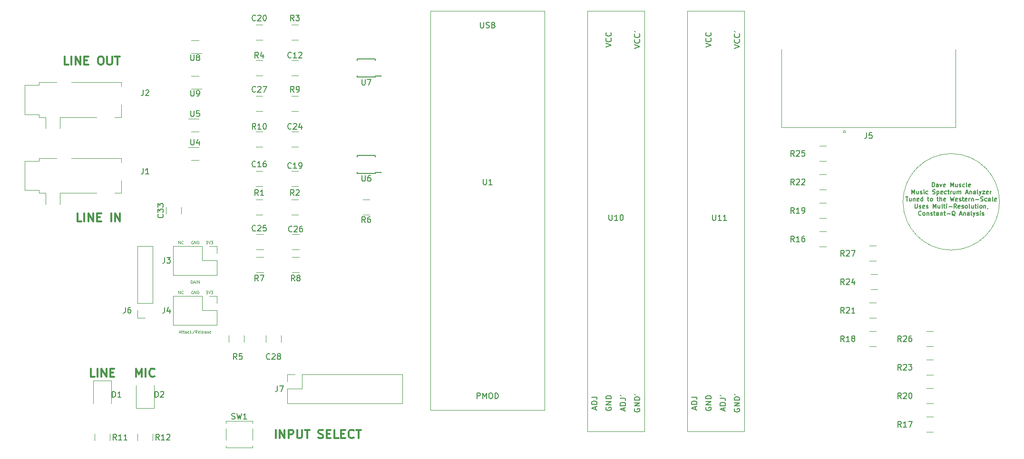
<source format=gbr>
G04 #@! TF.GenerationSoftware,KiCad,Pcbnew,(5.1.0)-1*
G04 #@! TF.CreationDate,2020-03-25T20:16:52-04:00*
G04 #@! TF.ProjectId,Bababooey,42616261-626f-46f6-9579-2e6b69636164,rev?*
G04 #@! TF.SameCoordinates,Original*
G04 #@! TF.FileFunction,Legend,Top*
G04 #@! TF.FilePolarity,Positive*
%FSLAX46Y46*%
G04 Gerber Fmt 4.6, Leading zero omitted, Abs format (unit mm)*
G04 Created by KiCad (PCBNEW (5.1.0)-1) date 2020-03-25 20:16:52*
%MOMM*%
%LPD*%
G04 APERTURE LIST*
%ADD10C,0.300000*%
%ADD11C,0.076200*%
%ADD12C,0.120000*%
%ADD13C,0.127000*%
%ADD14C,0.150000*%
G04 APERTURE END LIST*
D10*
X102009714Y-90086571D02*
X102009714Y-88586571D01*
X102724000Y-90086571D02*
X102724000Y-88586571D01*
X103581142Y-90086571D01*
X103581142Y-88586571D01*
X104295428Y-90086571D02*
X104295428Y-88586571D01*
X104866857Y-88586571D01*
X105009714Y-88658000D01*
X105081142Y-88729428D01*
X105152571Y-88872285D01*
X105152571Y-89086571D01*
X105081142Y-89229428D01*
X105009714Y-89300857D01*
X104866857Y-89372285D01*
X104295428Y-89372285D01*
X105795428Y-88586571D02*
X105795428Y-89800857D01*
X105866857Y-89943714D01*
X105938285Y-90015142D01*
X106081142Y-90086571D01*
X106366857Y-90086571D01*
X106509714Y-90015142D01*
X106581142Y-89943714D01*
X106652571Y-89800857D01*
X106652571Y-88586571D01*
X107152571Y-88586571D02*
X108009714Y-88586571D01*
X107581142Y-90086571D02*
X107581142Y-88586571D01*
X109581142Y-90015142D02*
X109795428Y-90086571D01*
X110152571Y-90086571D01*
X110295428Y-90015142D01*
X110366857Y-89943714D01*
X110438285Y-89800857D01*
X110438285Y-89658000D01*
X110366857Y-89515142D01*
X110295428Y-89443714D01*
X110152571Y-89372285D01*
X109866857Y-89300857D01*
X109724000Y-89229428D01*
X109652571Y-89158000D01*
X109581142Y-89015142D01*
X109581142Y-88872285D01*
X109652571Y-88729428D01*
X109724000Y-88658000D01*
X109866857Y-88586571D01*
X110224000Y-88586571D01*
X110438285Y-88658000D01*
X111081142Y-89300857D02*
X111581142Y-89300857D01*
X111795428Y-90086571D02*
X111081142Y-90086571D01*
X111081142Y-88586571D01*
X111795428Y-88586571D01*
X113152571Y-90086571D02*
X112438285Y-90086571D01*
X112438285Y-88586571D01*
X113652571Y-89300857D02*
X114152571Y-89300857D01*
X114366857Y-90086571D02*
X113652571Y-90086571D01*
X113652571Y-88586571D01*
X114366857Y-88586571D01*
X115866857Y-89943714D02*
X115795428Y-90015142D01*
X115581142Y-90086571D01*
X115438285Y-90086571D01*
X115224000Y-90015142D01*
X115081142Y-89872285D01*
X115009714Y-89729428D01*
X114938285Y-89443714D01*
X114938285Y-89229428D01*
X115009714Y-88943714D01*
X115081142Y-88800857D01*
X115224000Y-88658000D01*
X115438285Y-88586571D01*
X115581142Y-88586571D01*
X115795428Y-88658000D01*
X115866857Y-88729428D01*
X116295428Y-88586571D02*
X117152571Y-88586571D01*
X116724000Y-90086571D02*
X116724000Y-88586571D01*
X65143571Y-23538571D02*
X64429285Y-23538571D01*
X64429285Y-22038571D01*
X65643571Y-23538571D02*
X65643571Y-22038571D01*
X66357857Y-23538571D02*
X66357857Y-22038571D01*
X67215000Y-23538571D01*
X67215000Y-22038571D01*
X67929285Y-22752857D02*
X68429285Y-22752857D01*
X68643571Y-23538571D02*
X67929285Y-23538571D01*
X67929285Y-22038571D01*
X68643571Y-22038571D01*
X70715000Y-22038571D02*
X71000714Y-22038571D01*
X71143571Y-22110000D01*
X71286428Y-22252857D01*
X71357857Y-22538571D01*
X71357857Y-23038571D01*
X71286428Y-23324285D01*
X71143571Y-23467142D01*
X71000714Y-23538571D01*
X70715000Y-23538571D01*
X70572142Y-23467142D01*
X70429285Y-23324285D01*
X70357857Y-23038571D01*
X70357857Y-22538571D01*
X70429285Y-22252857D01*
X70572142Y-22110000D01*
X70715000Y-22038571D01*
X72000714Y-22038571D02*
X72000714Y-23252857D01*
X72072142Y-23395714D01*
X72143571Y-23467142D01*
X72286428Y-23538571D01*
X72572142Y-23538571D01*
X72715000Y-23467142D01*
X72786428Y-23395714D01*
X72857857Y-23252857D01*
X72857857Y-22038571D01*
X73357857Y-22038571D02*
X74215000Y-22038571D01*
X73786428Y-23538571D02*
X73786428Y-22038571D01*
X67413571Y-51478571D02*
X66699285Y-51478571D01*
X66699285Y-49978571D01*
X67913571Y-51478571D02*
X67913571Y-49978571D01*
X68627857Y-51478571D02*
X68627857Y-49978571D01*
X69485000Y-51478571D01*
X69485000Y-49978571D01*
X70199285Y-50692857D02*
X70699285Y-50692857D01*
X70913571Y-51478571D02*
X70199285Y-51478571D01*
X70199285Y-49978571D01*
X70913571Y-49978571D01*
X72699285Y-51478571D02*
X72699285Y-49978571D01*
X73413571Y-51478571D02*
X73413571Y-49978571D01*
X74270714Y-51478571D01*
X74270714Y-49978571D01*
D11*
X89541047Y-54966809D02*
X89855523Y-54966809D01*
X89686190Y-55160333D01*
X89758761Y-55160333D01*
X89807142Y-55184523D01*
X89831333Y-55208714D01*
X89855523Y-55257095D01*
X89855523Y-55378047D01*
X89831333Y-55426428D01*
X89807142Y-55450619D01*
X89758761Y-55474809D01*
X89613619Y-55474809D01*
X89565238Y-55450619D01*
X89541047Y-55426428D01*
X90000666Y-54966809D02*
X90170000Y-55474809D01*
X90339333Y-54966809D01*
X90460285Y-54966809D02*
X90774761Y-54966809D01*
X90605428Y-55160333D01*
X90678000Y-55160333D01*
X90726380Y-55184523D01*
X90750571Y-55208714D01*
X90774761Y-55257095D01*
X90774761Y-55378047D01*
X90750571Y-55426428D01*
X90726380Y-55450619D01*
X90678000Y-55474809D01*
X90532857Y-55474809D01*
X90484476Y-55450619D01*
X90460285Y-55426428D01*
X87242952Y-54991000D02*
X87194571Y-54966809D01*
X87122000Y-54966809D01*
X87049428Y-54991000D01*
X87001047Y-55039380D01*
X86976857Y-55087761D01*
X86952666Y-55184523D01*
X86952666Y-55257095D01*
X86976857Y-55353857D01*
X87001047Y-55402238D01*
X87049428Y-55450619D01*
X87122000Y-55474809D01*
X87170380Y-55474809D01*
X87242952Y-55450619D01*
X87267142Y-55426428D01*
X87267142Y-55257095D01*
X87170380Y-55257095D01*
X87484857Y-55474809D02*
X87484857Y-54966809D01*
X87775142Y-55474809D01*
X87775142Y-54966809D01*
X88017047Y-55474809D02*
X88017047Y-54966809D01*
X88138000Y-54966809D01*
X88210571Y-54991000D01*
X88258952Y-55039380D01*
X88283142Y-55087761D01*
X88307333Y-55184523D01*
X88307333Y-55257095D01*
X88283142Y-55353857D01*
X88258952Y-55402238D01*
X88210571Y-55450619D01*
X88138000Y-55474809D01*
X88017047Y-55474809D01*
X84690857Y-55474809D02*
X84690857Y-54966809D01*
X84981142Y-55474809D01*
X84981142Y-54966809D01*
X85513333Y-55426428D02*
X85489142Y-55450619D01*
X85416571Y-55474809D01*
X85368190Y-55474809D01*
X85295619Y-55450619D01*
X85247238Y-55402238D01*
X85223047Y-55353857D01*
X85198857Y-55257095D01*
X85198857Y-55184523D01*
X85223047Y-55087761D01*
X85247238Y-55039380D01*
X85295619Y-54991000D01*
X85368190Y-54966809D01*
X85416571Y-54966809D01*
X85489142Y-54991000D01*
X85513333Y-55015190D01*
X84690857Y-64364809D02*
X84690857Y-63856809D01*
X84981142Y-64364809D01*
X84981142Y-63856809D01*
X85513333Y-64316428D02*
X85489142Y-64340619D01*
X85416571Y-64364809D01*
X85368190Y-64364809D01*
X85295619Y-64340619D01*
X85247238Y-64292238D01*
X85223047Y-64243857D01*
X85198857Y-64147095D01*
X85198857Y-64074523D01*
X85223047Y-63977761D01*
X85247238Y-63929380D01*
X85295619Y-63881000D01*
X85368190Y-63856809D01*
X85416571Y-63856809D01*
X85489142Y-63881000D01*
X85513333Y-63905190D01*
X87242952Y-63881000D02*
X87194571Y-63856809D01*
X87122000Y-63856809D01*
X87049428Y-63881000D01*
X87001047Y-63929380D01*
X86976857Y-63977761D01*
X86952666Y-64074523D01*
X86952666Y-64147095D01*
X86976857Y-64243857D01*
X87001047Y-64292238D01*
X87049428Y-64340619D01*
X87122000Y-64364809D01*
X87170380Y-64364809D01*
X87242952Y-64340619D01*
X87267142Y-64316428D01*
X87267142Y-64147095D01*
X87170380Y-64147095D01*
X87484857Y-64364809D02*
X87484857Y-63856809D01*
X87775142Y-64364809D01*
X87775142Y-63856809D01*
X88017047Y-64364809D02*
X88017047Y-63856809D01*
X88138000Y-63856809D01*
X88210571Y-63881000D01*
X88258952Y-63929380D01*
X88283142Y-63977761D01*
X88307333Y-64074523D01*
X88307333Y-64147095D01*
X88283142Y-64243857D01*
X88258952Y-64292238D01*
X88210571Y-64340619D01*
X88138000Y-64364809D01*
X88017047Y-64364809D01*
X89541047Y-63856809D02*
X89855523Y-63856809D01*
X89686190Y-64050333D01*
X89758761Y-64050333D01*
X89807142Y-64074523D01*
X89831333Y-64098714D01*
X89855523Y-64147095D01*
X89855523Y-64268047D01*
X89831333Y-64316428D01*
X89807142Y-64340619D01*
X89758761Y-64364809D01*
X89613619Y-64364809D01*
X89565238Y-64340619D01*
X89541047Y-64316428D01*
X90000666Y-63856809D02*
X90170000Y-64364809D01*
X90339333Y-63856809D01*
X90460285Y-63856809D02*
X90774761Y-63856809D01*
X90605428Y-64050333D01*
X90678000Y-64050333D01*
X90726380Y-64074523D01*
X90750571Y-64098714D01*
X90774761Y-64147095D01*
X90774761Y-64268047D01*
X90750571Y-64316428D01*
X90726380Y-64340619D01*
X90678000Y-64364809D01*
X90532857Y-64364809D01*
X90484476Y-64340619D01*
X90460285Y-64316428D01*
X84823904Y-71204666D02*
X85065809Y-71204666D01*
X84775523Y-71349809D02*
X84944857Y-70841809D01*
X85114190Y-71349809D01*
X85210952Y-71011142D02*
X85404476Y-71011142D01*
X85283523Y-70841809D02*
X85283523Y-71277238D01*
X85307714Y-71325619D01*
X85356095Y-71349809D01*
X85404476Y-71349809D01*
X85501238Y-71011142D02*
X85694761Y-71011142D01*
X85573809Y-70841809D02*
X85573809Y-71277238D01*
X85598000Y-71325619D01*
X85646380Y-71349809D01*
X85694761Y-71349809D01*
X86081809Y-71349809D02*
X86081809Y-71083714D01*
X86057619Y-71035333D01*
X86009238Y-71011142D01*
X85912476Y-71011142D01*
X85864095Y-71035333D01*
X86081809Y-71325619D02*
X86033428Y-71349809D01*
X85912476Y-71349809D01*
X85864095Y-71325619D01*
X85839904Y-71277238D01*
X85839904Y-71228857D01*
X85864095Y-71180476D01*
X85912476Y-71156285D01*
X86033428Y-71156285D01*
X86081809Y-71132095D01*
X86541428Y-71325619D02*
X86493047Y-71349809D01*
X86396285Y-71349809D01*
X86347904Y-71325619D01*
X86323714Y-71301428D01*
X86299523Y-71253047D01*
X86299523Y-71107904D01*
X86323714Y-71059523D01*
X86347904Y-71035333D01*
X86396285Y-71011142D01*
X86493047Y-71011142D01*
X86541428Y-71035333D01*
X86759142Y-71349809D02*
X86759142Y-70841809D01*
X86807523Y-71156285D02*
X86952666Y-71349809D01*
X86952666Y-71011142D02*
X86759142Y-71204666D01*
X87533238Y-70817619D02*
X87097809Y-71470761D01*
X87992857Y-71349809D02*
X87823523Y-71107904D01*
X87702571Y-71349809D02*
X87702571Y-70841809D01*
X87896095Y-70841809D01*
X87944476Y-70866000D01*
X87968666Y-70890190D01*
X87992857Y-70938571D01*
X87992857Y-71011142D01*
X87968666Y-71059523D01*
X87944476Y-71083714D01*
X87896095Y-71107904D01*
X87702571Y-71107904D01*
X88404095Y-71325619D02*
X88355714Y-71349809D01*
X88258952Y-71349809D01*
X88210571Y-71325619D01*
X88186380Y-71277238D01*
X88186380Y-71083714D01*
X88210571Y-71035333D01*
X88258952Y-71011142D01*
X88355714Y-71011142D01*
X88404095Y-71035333D01*
X88428285Y-71083714D01*
X88428285Y-71132095D01*
X88186380Y-71180476D01*
X88718571Y-71349809D02*
X88670190Y-71325619D01*
X88646000Y-71277238D01*
X88646000Y-70841809D01*
X89105619Y-71325619D02*
X89057238Y-71349809D01*
X88960476Y-71349809D01*
X88912095Y-71325619D01*
X88887904Y-71277238D01*
X88887904Y-71083714D01*
X88912095Y-71035333D01*
X88960476Y-71011142D01*
X89057238Y-71011142D01*
X89105619Y-71035333D01*
X89129809Y-71083714D01*
X89129809Y-71132095D01*
X88887904Y-71180476D01*
X89565238Y-71349809D02*
X89565238Y-71083714D01*
X89541047Y-71035333D01*
X89492666Y-71011142D01*
X89395904Y-71011142D01*
X89347523Y-71035333D01*
X89565238Y-71325619D02*
X89516857Y-71349809D01*
X89395904Y-71349809D01*
X89347523Y-71325619D01*
X89323333Y-71277238D01*
X89323333Y-71228857D01*
X89347523Y-71180476D01*
X89395904Y-71156285D01*
X89516857Y-71156285D01*
X89565238Y-71132095D01*
X89782952Y-71325619D02*
X89831333Y-71349809D01*
X89928095Y-71349809D01*
X89976476Y-71325619D01*
X90000666Y-71277238D01*
X90000666Y-71253047D01*
X89976476Y-71204666D01*
X89928095Y-71180476D01*
X89855523Y-71180476D01*
X89807142Y-71156285D01*
X89782952Y-71107904D01*
X89782952Y-71083714D01*
X89807142Y-71035333D01*
X89855523Y-71011142D01*
X89928095Y-71011142D01*
X89976476Y-71035333D01*
X90411904Y-71325619D02*
X90363523Y-71349809D01*
X90266761Y-71349809D01*
X90218380Y-71325619D01*
X90194190Y-71277238D01*
X90194190Y-71083714D01*
X90218380Y-71035333D01*
X90266761Y-71011142D01*
X90363523Y-71011142D01*
X90411904Y-71035333D01*
X90436095Y-71083714D01*
X90436095Y-71132095D01*
X90194190Y-71180476D01*
X87158285Y-61976000D02*
X87109904Y-61951809D01*
X87037333Y-61951809D01*
X86964761Y-61976000D01*
X86916380Y-62024380D01*
X86892190Y-62072761D01*
X86868000Y-62169523D01*
X86868000Y-62242095D01*
X86892190Y-62338857D01*
X86916380Y-62387238D01*
X86964761Y-62435619D01*
X87037333Y-62459809D01*
X87085714Y-62459809D01*
X87158285Y-62435619D01*
X87182476Y-62411428D01*
X87182476Y-62242095D01*
X87085714Y-62242095D01*
X87376000Y-62314666D02*
X87617904Y-62314666D01*
X87327619Y-62459809D02*
X87496952Y-61951809D01*
X87666285Y-62459809D01*
X87835619Y-62459809D02*
X87835619Y-61951809D01*
X88077523Y-62459809D02*
X88077523Y-61951809D01*
X88367809Y-62459809D01*
X88367809Y-61951809D01*
D12*
X230844165Y-47964164D02*
G75*
G03X230844165Y-47964164I-8594165J0D01*
G01*
D13*
X218857285Y-45280246D02*
X218857285Y-44518246D01*
X219038714Y-44518246D01*
X219147571Y-44554532D01*
X219220142Y-44627103D01*
X219256428Y-44699674D01*
X219292714Y-44844817D01*
X219292714Y-44953674D01*
X219256428Y-45098817D01*
X219220142Y-45171389D01*
X219147571Y-45243960D01*
X219038714Y-45280246D01*
X218857285Y-45280246D01*
X219945857Y-45280246D02*
X219945857Y-44881103D01*
X219909571Y-44808532D01*
X219837000Y-44772246D01*
X219691857Y-44772246D01*
X219619285Y-44808532D01*
X219945857Y-45243960D02*
X219873285Y-45280246D01*
X219691857Y-45280246D01*
X219619285Y-45243960D01*
X219583000Y-45171389D01*
X219583000Y-45098817D01*
X219619285Y-45026246D01*
X219691857Y-44989960D01*
X219873285Y-44989960D01*
X219945857Y-44953674D01*
X220236142Y-44772246D02*
X220417571Y-45280246D01*
X220599000Y-44772246D01*
X221179571Y-45243960D02*
X221107000Y-45280246D01*
X220961857Y-45280246D01*
X220889285Y-45243960D01*
X220853000Y-45171389D01*
X220853000Y-44881103D01*
X220889285Y-44808532D01*
X220961857Y-44772246D01*
X221107000Y-44772246D01*
X221179571Y-44808532D01*
X221215857Y-44881103D01*
X221215857Y-44953674D01*
X220853000Y-45026246D01*
X222123000Y-45280246D02*
X222123000Y-44518246D01*
X222377000Y-45062532D01*
X222631000Y-44518246D01*
X222631000Y-45280246D01*
X223320428Y-44772246D02*
X223320428Y-45280246D01*
X222993857Y-44772246D02*
X222993857Y-45171389D01*
X223030142Y-45243960D01*
X223102714Y-45280246D01*
X223211571Y-45280246D01*
X223284142Y-45243960D01*
X223320428Y-45207674D01*
X223647000Y-45243960D02*
X223719571Y-45280246D01*
X223864714Y-45280246D01*
X223937285Y-45243960D01*
X223973571Y-45171389D01*
X223973571Y-45135103D01*
X223937285Y-45062532D01*
X223864714Y-45026246D01*
X223755857Y-45026246D01*
X223683285Y-44989960D01*
X223647000Y-44917389D01*
X223647000Y-44881103D01*
X223683285Y-44808532D01*
X223755857Y-44772246D01*
X223864714Y-44772246D01*
X223937285Y-44808532D01*
X224626714Y-45243960D02*
X224554142Y-45280246D01*
X224409000Y-45280246D01*
X224336428Y-45243960D01*
X224300142Y-45207674D01*
X224263857Y-45135103D01*
X224263857Y-44917389D01*
X224300142Y-44844817D01*
X224336428Y-44808532D01*
X224409000Y-44772246D01*
X224554142Y-44772246D01*
X224626714Y-44808532D01*
X225062142Y-45280246D02*
X224989571Y-45243960D01*
X224953285Y-45171389D01*
X224953285Y-44518246D01*
X225642714Y-45243960D02*
X225570142Y-45280246D01*
X225425000Y-45280246D01*
X225352428Y-45243960D01*
X225316142Y-45171389D01*
X225316142Y-44881103D01*
X225352428Y-44808532D01*
X225425000Y-44772246D01*
X225570142Y-44772246D01*
X225642714Y-44808532D01*
X225679000Y-44881103D01*
X225679000Y-44953674D01*
X225316142Y-45026246D01*
X215210571Y-46550246D02*
X215210571Y-45788246D01*
X215464571Y-46332532D01*
X215718571Y-45788246D01*
X215718571Y-46550246D01*
X216408000Y-46042246D02*
X216408000Y-46550246D01*
X216081428Y-46042246D02*
X216081428Y-46441389D01*
X216117714Y-46513960D01*
X216190285Y-46550246D01*
X216299142Y-46550246D01*
X216371714Y-46513960D01*
X216408000Y-46477674D01*
X216734571Y-46513960D02*
X216807142Y-46550246D01*
X216952285Y-46550246D01*
X217024857Y-46513960D01*
X217061142Y-46441389D01*
X217061142Y-46405103D01*
X217024857Y-46332532D01*
X216952285Y-46296246D01*
X216843428Y-46296246D01*
X216770857Y-46259960D01*
X216734571Y-46187389D01*
X216734571Y-46151103D01*
X216770857Y-46078532D01*
X216843428Y-46042246D01*
X216952285Y-46042246D01*
X217024857Y-46078532D01*
X217387714Y-46550246D02*
X217387714Y-46042246D01*
X217387714Y-45788246D02*
X217351428Y-45824532D01*
X217387714Y-45860817D01*
X217424000Y-45824532D01*
X217387714Y-45788246D01*
X217387714Y-45860817D01*
X218077142Y-46513960D02*
X218004571Y-46550246D01*
X217859428Y-46550246D01*
X217786857Y-46513960D01*
X217750571Y-46477674D01*
X217714285Y-46405103D01*
X217714285Y-46187389D01*
X217750571Y-46114817D01*
X217786857Y-46078532D01*
X217859428Y-46042246D01*
X218004571Y-46042246D01*
X218077142Y-46078532D01*
X218948000Y-46513960D02*
X219056857Y-46550246D01*
X219238285Y-46550246D01*
X219310857Y-46513960D01*
X219347142Y-46477674D01*
X219383428Y-46405103D01*
X219383428Y-46332532D01*
X219347142Y-46259960D01*
X219310857Y-46223674D01*
X219238285Y-46187389D01*
X219093142Y-46151103D01*
X219020571Y-46114817D01*
X218984285Y-46078532D01*
X218948000Y-46005960D01*
X218948000Y-45933389D01*
X218984285Y-45860817D01*
X219020571Y-45824532D01*
X219093142Y-45788246D01*
X219274571Y-45788246D01*
X219383428Y-45824532D01*
X219710000Y-46042246D02*
X219710000Y-46804246D01*
X219710000Y-46078532D02*
X219782571Y-46042246D01*
X219927714Y-46042246D01*
X220000285Y-46078532D01*
X220036571Y-46114817D01*
X220072857Y-46187389D01*
X220072857Y-46405103D01*
X220036571Y-46477674D01*
X220000285Y-46513960D01*
X219927714Y-46550246D01*
X219782571Y-46550246D01*
X219710000Y-46513960D01*
X220689714Y-46513960D02*
X220617142Y-46550246D01*
X220472000Y-46550246D01*
X220399428Y-46513960D01*
X220363142Y-46441389D01*
X220363142Y-46151103D01*
X220399428Y-46078532D01*
X220472000Y-46042246D01*
X220617142Y-46042246D01*
X220689714Y-46078532D01*
X220726000Y-46151103D01*
X220726000Y-46223674D01*
X220363142Y-46296246D01*
X221379142Y-46513960D02*
X221306571Y-46550246D01*
X221161428Y-46550246D01*
X221088857Y-46513960D01*
X221052571Y-46477674D01*
X221016285Y-46405103D01*
X221016285Y-46187389D01*
X221052571Y-46114817D01*
X221088857Y-46078532D01*
X221161428Y-46042246D01*
X221306571Y-46042246D01*
X221379142Y-46078532D01*
X221596857Y-46042246D02*
X221887142Y-46042246D01*
X221705714Y-45788246D02*
X221705714Y-46441389D01*
X221742000Y-46513960D01*
X221814571Y-46550246D01*
X221887142Y-46550246D01*
X222141142Y-46550246D02*
X222141142Y-46042246D01*
X222141142Y-46187389D02*
X222177428Y-46114817D01*
X222213714Y-46078532D01*
X222286285Y-46042246D01*
X222358857Y-46042246D01*
X222939428Y-46042246D02*
X222939428Y-46550246D01*
X222612857Y-46042246D02*
X222612857Y-46441389D01*
X222649142Y-46513960D01*
X222721714Y-46550246D01*
X222830571Y-46550246D01*
X222903142Y-46513960D01*
X222939428Y-46477674D01*
X223302285Y-46550246D02*
X223302285Y-46042246D01*
X223302285Y-46114817D02*
X223338571Y-46078532D01*
X223411142Y-46042246D01*
X223520000Y-46042246D01*
X223592571Y-46078532D01*
X223628857Y-46151103D01*
X223628857Y-46550246D01*
X223628857Y-46151103D02*
X223665142Y-46078532D01*
X223737714Y-46042246D01*
X223846571Y-46042246D01*
X223919142Y-46078532D01*
X223955428Y-46151103D01*
X223955428Y-46550246D01*
X224862571Y-46332532D02*
X225225428Y-46332532D01*
X224790000Y-46550246D02*
X225044000Y-45788246D01*
X225298000Y-46550246D01*
X225552000Y-46042246D02*
X225552000Y-46550246D01*
X225552000Y-46114817D02*
X225588285Y-46078532D01*
X225660857Y-46042246D01*
X225769714Y-46042246D01*
X225842285Y-46078532D01*
X225878571Y-46151103D01*
X225878571Y-46550246D01*
X226568000Y-46550246D02*
X226568000Y-46151103D01*
X226531714Y-46078532D01*
X226459142Y-46042246D01*
X226314000Y-46042246D01*
X226241428Y-46078532D01*
X226568000Y-46513960D02*
X226495428Y-46550246D01*
X226314000Y-46550246D01*
X226241428Y-46513960D01*
X226205142Y-46441389D01*
X226205142Y-46368817D01*
X226241428Y-46296246D01*
X226314000Y-46259960D01*
X226495428Y-46259960D01*
X226568000Y-46223674D01*
X227039714Y-46550246D02*
X226967142Y-46513960D01*
X226930857Y-46441389D01*
X226930857Y-45788246D01*
X227257428Y-46042246D02*
X227438857Y-46550246D01*
X227620285Y-46042246D02*
X227438857Y-46550246D01*
X227366285Y-46731674D01*
X227330000Y-46767960D01*
X227257428Y-46804246D01*
X227838000Y-46042246D02*
X228237142Y-46042246D01*
X227838000Y-46550246D01*
X228237142Y-46550246D01*
X228817714Y-46513960D02*
X228745142Y-46550246D01*
X228600000Y-46550246D01*
X228527428Y-46513960D01*
X228491142Y-46441389D01*
X228491142Y-46151103D01*
X228527428Y-46078532D01*
X228600000Y-46042246D01*
X228745142Y-46042246D01*
X228817714Y-46078532D01*
X228854000Y-46151103D01*
X228854000Y-46223674D01*
X228491142Y-46296246D01*
X229180571Y-46550246D02*
X229180571Y-46042246D01*
X229180571Y-46187389D02*
X229216857Y-46114817D01*
X229253142Y-46078532D01*
X229325714Y-46042246D01*
X229398285Y-46042246D01*
X214122000Y-47058246D02*
X214557428Y-47058246D01*
X214339714Y-47820246D02*
X214339714Y-47058246D01*
X215138000Y-47312246D02*
X215138000Y-47820246D01*
X214811428Y-47312246D02*
X214811428Y-47711389D01*
X214847714Y-47783960D01*
X214920285Y-47820246D01*
X215029142Y-47820246D01*
X215101714Y-47783960D01*
X215138000Y-47747674D01*
X215500857Y-47312246D02*
X215500857Y-47820246D01*
X215500857Y-47384817D02*
X215537142Y-47348532D01*
X215609714Y-47312246D01*
X215718571Y-47312246D01*
X215791142Y-47348532D01*
X215827428Y-47421103D01*
X215827428Y-47820246D01*
X216480571Y-47783960D02*
X216408000Y-47820246D01*
X216262857Y-47820246D01*
X216190285Y-47783960D01*
X216154000Y-47711389D01*
X216154000Y-47421103D01*
X216190285Y-47348532D01*
X216262857Y-47312246D01*
X216408000Y-47312246D01*
X216480571Y-47348532D01*
X216516857Y-47421103D01*
X216516857Y-47493674D01*
X216154000Y-47566246D01*
X217170000Y-47820246D02*
X217170000Y-47058246D01*
X217170000Y-47783960D02*
X217097428Y-47820246D01*
X216952285Y-47820246D01*
X216879714Y-47783960D01*
X216843428Y-47747674D01*
X216807142Y-47675103D01*
X216807142Y-47457389D01*
X216843428Y-47384817D01*
X216879714Y-47348532D01*
X216952285Y-47312246D01*
X217097428Y-47312246D01*
X217170000Y-47348532D01*
X218004571Y-47312246D02*
X218294857Y-47312246D01*
X218113428Y-47058246D02*
X218113428Y-47711389D01*
X218149714Y-47783960D01*
X218222285Y-47820246D01*
X218294857Y-47820246D01*
X218657714Y-47820246D02*
X218585142Y-47783960D01*
X218548857Y-47747674D01*
X218512571Y-47675103D01*
X218512571Y-47457389D01*
X218548857Y-47384817D01*
X218585142Y-47348532D01*
X218657714Y-47312246D01*
X218766571Y-47312246D01*
X218839142Y-47348532D01*
X218875428Y-47384817D01*
X218911714Y-47457389D01*
X218911714Y-47675103D01*
X218875428Y-47747674D01*
X218839142Y-47783960D01*
X218766571Y-47820246D01*
X218657714Y-47820246D01*
X219710000Y-47312246D02*
X220000285Y-47312246D01*
X219818857Y-47058246D02*
X219818857Y-47711389D01*
X219855142Y-47783960D01*
X219927714Y-47820246D01*
X220000285Y-47820246D01*
X220254285Y-47820246D02*
X220254285Y-47058246D01*
X220580857Y-47820246D02*
X220580857Y-47421103D01*
X220544571Y-47348532D01*
X220472000Y-47312246D01*
X220363142Y-47312246D01*
X220290571Y-47348532D01*
X220254285Y-47384817D01*
X221234000Y-47783960D02*
X221161428Y-47820246D01*
X221016285Y-47820246D01*
X220943714Y-47783960D01*
X220907428Y-47711389D01*
X220907428Y-47421103D01*
X220943714Y-47348532D01*
X221016285Y-47312246D01*
X221161428Y-47312246D01*
X221234000Y-47348532D01*
X221270285Y-47421103D01*
X221270285Y-47493674D01*
X220907428Y-47566246D01*
X222104857Y-47058246D02*
X222286285Y-47820246D01*
X222431428Y-47275960D01*
X222576571Y-47820246D01*
X222758000Y-47058246D01*
X223338571Y-47783960D02*
X223266000Y-47820246D01*
X223120857Y-47820246D01*
X223048285Y-47783960D01*
X223012000Y-47711389D01*
X223012000Y-47421103D01*
X223048285Y-47348532D01*
X223120857Y-47312246D01*
X223266000Y-47312246D01*
X223338571Y-47348532D01*
X223374857Y-47421103D01*
X223374857Y-47493674D01*
X223012000Y-47566246D01*
X223665142Y-47783960D02*
X223737714Y-47820246D01*
X223882857Y-47820246D01*
X223955428Y-47783960D01*
X223991714Y-47711389D01*
X223991714Y-47675103D01*
X223955428Y-47602532D01*
X223882857Y-47566246D01*
X223774000Y-47566246D01*
X223701428Y-47529960D01*
X223665142Y-47457389D01*
X223665142Y-47421103D01*
X223701428Y-47348532D01*
X223774000Y-47312246D01*
X223882857Y-47312246D01*
X223955428Y-47348532D01*
X224209428Y-47312246D02*
X224499714Y-47312246D01*
X224318285Y-47058246D02*
X224318285Y-47711389D01*
X224354571Y-47783960D01*
X224427142Y-47820246D01*
X224499714Y-47820246D01*
X225044000Y-47783960D02*
X224971428Y-47820246D01*
X224826285Y-47820246D01*
X224753714Y-47783960D01*
X224717428Y-47711389D01*
X224717428Y-47421103D01*
X224753714Y-47348532D01*
X224826285Y-47312246D01*
X224971428Y-47312246D01*
X225044000Y-47348532D01*
X225080285Y-47421103D01*
X225080285Y-47493674D01*
X224717428Y-47566246D01*
X225406857Y-47820246D02*
X225406857Y-47312246D01*
X225406857Y-47457389D02*
X225443142Y-47384817D01*
X225479428Y-47348532D01*
X225552000Y-47312246D01*
X225624571Y-47312246D01*
X225878571Y-47312246D02*
X225878571Y-47820246D01*
X225878571Y-47384817D02*
X225914857Y-47348532D01*
X225987428Y-47312246D01*
X226096285Y-47312246D01*
X226168857Y-47348532D01*
X226205142Y-47421103D01*
X226205142Y-47820246D01*
X226568000Y-47529960D02*
X227148571Y-47529960D01*
X227475142Y-47783960D02*
X227584000Y-47820246D01*
X227765428Y-47820246D01*
X227838000Y-47783960D01*
X227874285Y-47747674D01*
X227910571Y-47675103D01*
X227910571Y-47602532D01*
X227874285Y-47529960D01*
X227838000Y-47493674D01*
X227765428Y-47457389D01*
X227620285Y-47421103D01*
X227547714Y-47384817D01*
X227511428Y-47348532D01*
X227475142Y-47275960D01*
X227475142Y-47203389D01*
X227511428Y-47130817D01*
X227547714Y-47094532D01*
X227620285Y-47058246D01*
X227801714Y-47058246D01*
X227910571Y-47094532D01*
X228563714Y-47783960D02*
X228491142Y-47820246D01*
X228346000Y-47820246D01*
X228273428Y-47783960D01*
X228237142Y-47747674D01*
X228200857Y-47675103D01*
X228200857Y-47457389D01*
X228237142Y-47384817D01*
X228273428Y-47348532D01*
X228346000Y-47312246D01*
X228491142Y-47312246D01*
X228563714Y-47348532D01*
X229216857Y-47820246D02*
X229216857Y-47421103D01*
X229180571Y-47348532D01*
X229108000Y-47312246D01*
X228962857Y-47312246D01*
X228890285Y-47348532D01*
X229216857Y-47783960D02*
X229144285Y-47820246D01*
X228962857Y-47820246D01*
X228890285Y-47783960D01*
X228854000Y-47711389D01*
X228854000Y-47638817D01*
X228890285Y-47566246D01*
X228962857Y-47529960D01*
X229144285Y-47529960D01*
X229216857Y-47493674D01*
X229688571Y-47820246D02*
X229616000Y-47783960D01*
X229579714Y-47711389D01*
X229579714Y-47058246D01*
X230269142Y-47783960D02*
X230196571Y-47820246D01*
X230051428Y-47820246D01*
X229978857Y-47783960D01*
X229942571Y-47711389D01*
X229942571Y-47421103D01*
X229978857Y-47348532D01*
X230051428Y-47312246D01*
X230196571Y-47312246D01*
X230269142Y-47348532D01*
X230305428Y-47421103D01*
X230305428Y-47493674D01*
X229942571Y-47566246D01*
X215773000Y-48328246D02*
X215773000Y-48945103D01*
X215809285Y-49017674D01*
X215845571Y-49053960D01*
X215918142Y-49090246D01*
X216063285Y-49090246D01*
X216135857Y-49053960D01*
X216172142Y-49017674D01*
X216208428Y-48945103D01*
X216208428Y-48328246D01*
X216535000Y-49053960D02*
X216607571Y-49090246D01*
X216752714Y-49090246D01*
X216825285Y-49053960D01*
X216861571Y-48981389D01*
X216861571Y-48945103D01*
X216825285Y-48872532D01*
X216752714Y-48836246D01*
X216643857Y-48836246D01*
X216571285Y-48799960D01*
X216535000Y-48727389D01*
X216535000Y-48691103D01*
X216571285Y-48618532D01*
X216643857Y-48582246D01*
X216752714Y-48582246D01*
X216825285Y-48618532D01*
X217478428Y-49053960D02*
X217405857Y-49090246D01*
X217260714Y-49090246D01*
X217188142Y-49053960D01*
X217151857Y-48981389D01*
X217151857Y-48691103D01*
X217188142Y-48618532D01*
X217260714Y-48582246D01*
X217405857Y-48582246D01*
X217478428Y-48618532D01*
X217514714Y-48691103D01*
X217514714Y-48763674D01*
X217151857Y-48836246D01*
X217805000Y-49053960D02*
X217877571Y-49090246D01*
X218022714Y-49090246D01*
X218095285Y-49053960D01*
X218131571Y-48981389D01*
X218131571Y-48945103D01*
X218095285Y-48872532D01*
X218022714Y-48836246D01*
X217913857Y-48836246D01*
X217841285Y-48799960D01*
X217805000Y-48727389D01*
X217805000Y-48691103D01*
X217841285Y-48618532D01*
X217913857Y-48582246D01*
X218022714Y-48582246D01*
X218095285Y-48618532D01*
X219038714Y-49090246D02*
X219038714Y-48328246D01*
X219292714Y-48872532D01*
X219546714Y-48328246D01*
X219546714Y-49090246D01*
X220236142Y-48582246D02*
X220236142Y-49090246D01*
X219909571Y-48582246D02*
X219909571Y-48981389D01*
X219945857Y-49053960D01*
X220018428Y-49090246D01*
X220127285Y-49090246D01*
X220199857Y-49053960D01*
X220236142Y-49017674D01*
X220707857Y-49090246D02*
X220635285Y-49053960D01*
X220599000Y-48981389D01*
X220599000Y-48328246D01*
X220889285Y-48582246D02*
X221179571Y-48582246D01*
X220998142Y-48328246D02*
X220998142Y-48981389D01*
X221034428Y-49053960D01*
X221107000Y-49090246D01*
X221179571Y-49090246D01*
X221433571Y-49090246D02*
X221433571Y-48582246D01*
X221433571Y-48328246D02*
X221397285Y-48364532D01*
X221433571Y-48400817D01*
X221469857Y-48364532D01*
X221433571Y-48328246D01*
X221433571Y-48400817D01*
X221796428Y-48799960D02*
X222377000Y-48799960D01*
X223175285Y-49090246D02*
X222921285Y-48727389D01*
X222739857Y-49090246D02*
X222739857Y-48328246D01*
X223030142Y-48328246D01*
X223102714Y-48364532D01*
X223139000Y-48400817D01*
X223175285Y-48473389D01*
X223175285Y-48582246D01*
X223139000Y-48654817D01*
X223102714Y-48691103D01*
X223030142Y-48727389D01*
X222739857Y-48727389D01*
X223792142Y-49053960D02*
X223719571Y-49090246D01*
X223574428Y-49090246D01*
X223501857Y-49053960D01*
X223465571Y-48981389D01*
X223465571Y-48691103D01*
X223501857Y-48618532D01*
X223574428Y-48582246D01*
X223719571Y-48582246D01*
X223792142Y-48618532D01*
X223828428Y-48691103D01*
X223828428Y-48763674D01*
X223465571Y-48836246D01*
X224118714Y-49053960D02*
X224191285Y-49090246D01*
X224336428Y-49090246D01*
X224409000Y-49053960D01*
X224445285Y-48981389D01*
X224445285Y-48945103D01*
X224409000Y-48872532D01*
X224336428Y-48836246D01*
X224227571Y-48836246D01*
X224155000Y-48799960D01*
X224118714Y-48727389D01*
X224118714Y-48691103D01*
X224155000Y-48618532D01*
X224227571Y-48582246D01*
X224336428Y-48582246D01*
X224409000Y-48618532D01*
X224880714Y-49090246D02*
X224808142Y-49053960D01*
X224771857Y-49017674D01*
X224735571Y-48945103D01*
X224735571Y-48727389D01*
X224771857Y-48654817D01*
X224808142Y-48618532D01*
X224880714Y-48582246D01*
X224989571Y-48582246D01*
X225062142Y-48618532D01*
X225098428Y-48654817D01*
X225134714Y-48727389D01*
X225134714Y-48945103D01*
X225098428Y-49017674D01*
X225062142Y-49053960D01*
X224989571Y-49090246D01*
X224880714Y-49090246D01*
X225570142Y-49090246D02*
X225497571Y-49053960D01*
X225461285Y-48981389D01*
X225461285Y-48328246D01*
X226187000Y-48582246D02*
X226187000Y-49090246D01*
X225860428Y-48582246D02*
X225860428Y-48981389D01*
X225896714Y-49053960D01*
X225969285Y-49090246D01*
X226078142Y-49090246D01*
X226150714Y-49053960D01*
X226187000Y-49017674D01*
X226441000Y-48582246D02*
X226731285Y-48582246D01*
X226549857Y-48328246D02*
X226549857Y-48981389D01*
X226586142Y-49053960D01*
X226658714Y-49090246D01*
X226731285Y-49090246D01*
X226985285Y-49090246D02*
X226985285Y-48582246D01*
X226985285Y-48328246D02*
X226949000Y-48364532D01*
X226985285Y-48400817D01*
X227021571Y-48364532D01*
X226985285Y-48328246D01*
X226985285Y-48400817D01*
X227457000Y-49090246D02*
X227384428Y-49053960D01*
X227348142Y-49017674D01*
X227311857Y-48945103D01*
X227311857Y-48727389D01*
X227348142Y-48654817D01*
X227384428Y-48618532D01*
X227457000Y-48582246D01*
X227565857Y-48582246D01*
X227638428Y-48618532D01*
X227674714Y-48654817D01*
X227711000Y-48727389D01*
X227711000Y-48945103D01*
X227674714Y-49017674D01*
X227638428Y-49053960D01*
X227565857Y-49090246D01*
X227457000Y-49090246D01*
X228037571Y-48582246D02*
X228037571Y-49090246D01*
X228037571Y-48654817D02*
X228073857Y-48618532D01*
X228146428Y-48582246D01*
X228255285Y-48582246D01*
X228327857Y-48618532D01*
X228364142Y-48691103D01*
X228364142Y-49090246D01*
X228763285Y-49053960D02*
X228763285Y-49090246D01*
X228727000Y-49162817D01*
X228690714Y-49199103D01*
X216897857Y-50287674D02*
X216861571Y-50323960D01*
X216752714Y-50360246D01*
X216680142Y-50360246D01*
X216571285Y-50323960D01*
X216498714Y-50251389D01*
X216462428Y-50178817D01*
X216426142Y-50033674D01*
X216426142Y-49924817D01*
X216462428Y-49779674D01*
X216498714Y-49707103D01*
X216571285Y-49634532D01*
X216680142Y-49598246D01*
X216752714Y-49598246D01*
X216861571Y-49634532D01*
X216897857Y-49670817D01*
X217333285Y-50360246D02*
X217260714Y-50323960D01*
X217224428Y-50287674D01*
X217188142Y-50215103D01*
X217188142Y-49997389D01*
X217224428Y-49924817D01*
X217260714Y-49888532D01*
X217333285Y-49852246D01*
X217442142Y-49852246D01*
X217514714Y-49888532D01*
X217551000Y-49924817D01*
X217587285Y-49997389D01*
X217587285Y-50215103D01*
X217551000Y-50287674D01*
X217514714Y-50323960D01*
X217442142Y-50360246D01*
X217333285Y-50360246D01*
X217913857Y-49852246D02*
X217913857Y-50360246D01*
X217913857Y-49924817D02*
X217950142Y-49888532D01*
X218022714Y-49852246D01*
X218131571Y-49852246D01*
X218204142Y-49888532D01*
X218240428Y-49961103D01*
X218240428Y-50360246D01*
X218567000Y-50323960D02*
X218639571Y-50360246D01*
X218784714Y-50360246D01*
X218857285Y-50323960D01*
X218893571Y-50251389D01*
X218893571Y-50215103D01*
X218857285Y-50142532D01*
X218784714Y-50106246D01*
X218675857Y-50106246D01*
X218603285Y-50069960D01*
X218567000Y-49997389D01*
X218567000Y-49961103D01*
X218603285Y-49888532D01*
X218675857Y-49852246D01*
X218784714Y-49852246D01*
X218857285Y-49888532D01*
X219111285Y-49852246D02*
X219401571Y-49852246D01*
X219220142Y-49598246D02*
X219220142Y-50251389D01*
X219256428Y-50323960D01*
X219329000Y-50360246D01*
X219401571Y-50360246D01*
X219982142Y-50360246D02*
X219982142Y-49961103D01*
X219945857Y-49888532D01*
X219873285Y-49852246D01*
X219728142Y-49852246D01*
X219655571Y-49888532D01*
X219982142Y-50323960D02*
X219909571Y-50360246D01*
X219728142Y-50360246D01*
X219655571Y-50323960D01*
X219619285Y-50251389D01*
X219619285Y-50178817D01*
X219655571Y-50106246D01*
X219728142Y-50069960D01*
X219909571Y-50069960D01*
X219982142Y-50033674D01*
X220345000Y-49852246D02*
X220345000Y-50360246D01*
X220345000Y-49924817D02*
X220381285Y-49888532D01*
X220453857Y-49852246D01*
X220562714Y-49852246D01*
X220635285Y-49888532D01*
X220671571Y-49961103D01*
X220671571Y-50360246D01*
X220925571Y-49852246D02*
X221215857Y-49852246D01*
X221034428Y-49598246D02*
X221034428Y-50251389D01*
X221070714Y-50323960D01*
X221143285Y-50360246D01*
X221215857Y-50360246D01*
X221469857Y-50069960D02*
X222050428Y-50069960D01*
X222921285Y-50432817D02*
X222848714Y-50396532D01*
X222776142Y-50323960D01*
X222667285Y-50215103D01*
X222594714Y-50178817D01*
X222522142Y-50178817D01*
X222558428Y-50360246D02*
X222485857Y-50323960D01*
X222413285Y-50251389D01*
X222377000Y-50106246D01*
X222377000Y-49852246D01*
X222413285Y-49707103D01*
X222485857Y-49634532D01*
X222558428Y-49598246D01*
X222703571Y-49598246D01*
X222776142Y-49634532D01*
X222848714Y-49707103D01*
X222885000Y-49852246D01*
X222885000Y-50106246D01*
X222848714Y-50251389D01*
X222776142Y-50323960D01*
X222703571Y-50360246D01*
X222558428Y-50360246D01*
X223755857Y-50142532D02*
X224118714Y-50142532D01*
X223683285Y-50360246D02*
X223937285Y-49598246D01*
X224191285Y-50360246D01*
X224445285Y-49852246D02*
X224445285Y-50360246D01*
X224445285Y-49924817D02*
X224481571Y-49888532D01*
X224554142Y-49852246D01*
X224663000Y-49852246D01*
X224735571Y-49888532D01*
X224771857Y-49961103D01*
X224771857Y-50360246D01*
X225461285Y-50360246D02*
X225461285Y-49961103D01*
X225425000Y-49888532D01*
X225352428Y-49852246D01*
X225207285Y-49852246D01*
X225134714Y-49888532D01*
X225461285Y-50323960D02*
X225388714Y-50360246D01*
X225207285Y-50360246D01*
X225134714Y-50323960D01*
X225098428Y-50251389D01*
X225098428Y-50178817D01*
X225134714Y-50106246D01*
X225207285Y-50069960D01*
X225388714Y-50069960D01*
X225461285Y-50033674D01*
X225933000Y-50360246D02*
X225860428Y-50323960D01*
X225824142Y-50251389D01*
X225824142Y-49598246D01*
X226150714Y-49852246D02*
X226332142Y-50360246D01*
X226513571Y-49852246D02*
X226332142Y-50360246D01*
X226259571Y-50541674D01*
X226223285Y-50577960D01*
X226150714Y-50614246D01*
X226767571Y-50323960D02*
X226840142Y-50360246D01*
X226985285Y-50360246D01*
X227057857Y-50323960D01*
X227094142Y-50251389D01*
X227094142Y-50215103D01*
X227057857Y-50142532D01*
X226985285Y-50106246D01*
X226876428Y-50106246D01*
X226803857Y-50069960D01*
X226767571Y-49997389D01*
X226767571Y-49961103D01*
X226803857Y-49888532D01*
X226876428Y-49852246D01*
X226985285Y-49852246D01*
X227057857Y-49888532D01*
X227420714Y-50360246D02*
X227420714Y-49852246D01*
X227420714Y-49598246D02*
X227384428Y-49634532D01*
X227420714Y-49670817D01*
X227457000Y-49634532D01*
X227420714Y-49598246D01*
X227420714Y-49670817D01*
X227747285Y-50323960D02*
X227819857Y-50360246D01*
X227965000Y-50360246D01*
X228037571Y-50323960D01*
X228073857Y-50251389D01*
X228073857Y-50215103D01*
X228037571Y-50142532D01*
X227965000Y-50106246D01*
X227856142Y-50106246D01*
X227783571Y-50069960D01*
X227747285Y-49997389D01*
X227747285Y-49961103D01*
X227783571Y-49888532D01*
X227856142Y-49852246D01*
X227965000Y-49852246D01*
X228037571Y-49888532D01*
D10*
X69762857Y-79164571D02*
X69048571Y-79164571D01*
X69048571Y-77664571D01*
X70262857Y-79164571D02*
X70262857Y-77664571D01*
X70977142Y-79164571D02*
X70977142Y-77664571D01*
X71834285Y-79164571D01*
X71834285Y-77664571D01*
X72548571Y-78378857D02*
X73048571Y-78378857D01*
X73262857Y-79164571D02*
X72548571Y-79164571D01*
X72548571Y-77664571D01*
X73262857Y-77664571D01*
X77132857Y-79164571D02*
X77132857Y-77664571D01*
X77632857Y-78736000D01*
X78132857Y-77664571D01*
X78132857Y-79164571D01*
X78847142Y-79164571D02*
X78847142Y-77664571D01*
X80418571Y-79021714D02*
X80347142Y-79093142D01*
X80132857Y-79164571D01*
X79990000Y-79164571D01*
X79775714Y-79093142D01*
X79632857Y-78950285D01*
X79561428Y-78807428D01*
X79490000Y-78521714D01*
X79490000Y-78307428D01*
X79561428Y-78021714D01*
X79632857Y-77878857D01*
X79775714Y-77736000D01*
X79990000Y-77664571D01*
X80132857Y-77664571D01*
X80347142Y-77736000D01*
X80418571Y-77807428D01*
D12*
X104080000Y-80010000D02*
X104080000Y-78680000D01*
X104080000Y-78680000D02*
X105410000Y-78680000D01*
X104080000Y-81280000D02*
X106680000Y-81280000D01*
X106680000Y-81280000D02*
X106680000Y-78680000D01*
X106680000Y-78680000D02*
X124520000Y-78680000D01*
X124520000Y-83880000D02*
X124520000Y-78680000D01*
X104080000Y-83880000D02*
X124520000Y-83880000D01*
X104080000Y-83880000D02*
X104080000Y-81280000D01*
X91500000Y-55820000D02*
X91500000Y-57150000D01*
X90170000Y-55820000D02*
X91500000Y-55820000D01*
X91500000Y-58420000D02*
X91500000Y-61020000D01*
X88900000Y-58420000D02*
X91500000Y-58420000D01*
X88900000Y-55820000D02*
X88900000Y-58420000D01*
X91500000Y-61020000D02*
X83760000Y-61020000D01*
X88900000Y-55820000D02*
X83760000Y-55820000D01*
X83760000Y-55820000D02*
X83760000Y-61020000D01*
X100240000Y-72992064D02*
X100240000Y-71787936D01*
X102960000Y-72992064D02*
X102960000Y-71787936D01*
X78740000Y-68640000D02*
X77410000Y-68640000D01*
X77410000Y-68640000D02*
X77410000Y-67310000D01*
X77410000Y-66040000D02*
X77410000Y-55820000D01*
X80070000Y-55820000D02*
X77410000Y-55820000D01*
X80070000Y-66040000D02*
X80070000Y-55820000D01*
X80070000Y-66040000D02*
X77410000Y-66040000D01*
X88330000Y-25510000D02*
X86930000Y-25510000D01*
X86930000Y-27830000D02*
X88830000Y-27830000D01*
X86930000Y-35450000D02*
X88330000Y-35450000D01*
X88330000Y-33130000D02*
X86430000Y-33130000D01*
X185420000Y-13970000D02*
X185420000Y-88900000D01*
X175260000Y-13970000D02*
X185420000Y-13970000D01*
X175260000Y-88900000D02*
X175260000Y-13970000D01*
X185420000Y-88900000D02*
X175260000Y-88900000D01*
X167640000Y-13970000D02*
X167640000Y-88900000D01*
X157480000Y-13970000D02*
X167640000Y-13970000D01*
X157480000Y-88900000D02*
X157480000Y-13970000D01*
X167640000Y-88900000D02*
X157480000Y-88900000D01*
X88330000Y-19160000D02*
X86930000Y-19160000D01*
X86930000Y-21480000D02*
X88830000Y-21480000D01*
D14*
X119735000Y-25580000D02*
X120810000Y-25580000D01*
X119735000Y-22505000D02*
X116485000Y-22505000D01*
X119735000Y-25755000D02*
X116485000Y-25755000D01*
X119735000Y-22505000D02*
X119735000Y-22780000D01*
X116485000Y-22505000D02*
X116485000Y-22780000D01*
X116485000Y-25755000D02*
X116485000Y-25480000D01*
X119735000Y-25755000D02*
X119735000Y-25580000D01*
X119735000Y-42725000D02*
X120810000Y-42725000D01*
X119735000Y-39650000D02*
X116485000Y-39650000D01*
X119735000Y-42900000D02*
X116485000Y-42900000D01*
X119735000Y-39650000D02*
X119735000Y-39925000D01*
X116485000Y-39650000D02*
X116485000Y-39925000D01*
X116485000Y-42900000D02*
X116485000Y-42625000D01*
X119735000Y-42900000D02*
X119735000Y-42725000D01*
D12*
X86930000Y-40530000D02*
X88330000Y-40530000D01*
X88330000Y-38210000D02*
X86430000Y-38210000D01*
X93134000Y-90438000D02*
X93134000Y-88378000D01*
X97874000Y-90438000D02*
X97874000Y-88378000D01*
X97874000Y-91778000D02*
X97874000Y-91378000D01*
X93134000Y-91778000D02*
X97874000Y-91778000D01*
X93134000Y-91778000D02*
X93134000Y-91378000D01*
X97874000Y-87038000D02*
X97874000Y-87438000D01*
X93134000Y-87038000D02*
X93134000Y-87438000D01*
X93134000Y-87038000D02*
X97874000Y-87038000D01*
X207677936Y-58510000D02*
X208882064Y-58510000D01*
X207677936Y-55790000D02*
X208882064Y-55790000D01*
X217837936Y-73750000D02*
X219042064Y-73750000D01*
X217837936Y-71030000D02*
X219042064Y-71030000D01*
X198787936Y-40730000D02*
X199992064Y-40730000D01*
X198787936Y-38010000D02*
X199992064Y-38010000D01*
X207895436Y-63590000D02*
X209099564Y-63590000D01*
X207895436Y-60870000D02*
X209099564Y-60870000D01*
X217837936Y-78830000D02*
X219042064Y-78830000D01*
X217837936Y-76110000D02*
X219042064Y-76110000D01*
X198787936Y-45810000D02*
X199992064Y-45810000D01*
X198787936Y-43090000D02*
X199992064Y-43090000D01*
X207677936Y-68670000D02*
X208882064Y-68670000D01*
X207677936Y-65950000D02*
X208882064Y-65950000D01*
X217837936Y-83910000D02*
X219042064Y-83910000D01*
X217837936Y-81190000D02*
X219042064Y-81190000D01*
X198787936Y-50890000D02*
X199992064Y-50890000D01*
X198787936Y-48170000D02*
X199992064Y-48170000D01*
X207677936Y-73750000D02*
X208882064Y-73750000D01*
X207677936Y-71030000D02*
X208882064Y-71030000D01*
X217837936Y-88990000D02*
X219042064Y-88990000D01*
X217837936Y-86270000D02*
X219042064Y-86270000D01*
X198787936Y-55970000D02*
X199992064Y-55970000D01*
X198787936Y-53250000D02*
X199992064Y-53250000D01*
X80100000Y-89313936D02*
X80100000Y-90518064D01*
X77380000Y-89313936D02*
X77380000Y-90518064D01*
X72480000Y-89313936D02*
X72480000Y-90518064D01*
X69760000Y-89313936D02*
X69760000Y-90518064D01*
X98457936Y-38190000D02*
X99662064Y-38190000D01*
X98457936Y-35470000D02*
X99662064Y-35470000D01*
X104807936Y-31840000D02*
X106012064Y-31840000D01*
X104807936Y-29120000D02*
X106012064Y-29120000D01*
X104934936Y-60542000D02*
X106139064Y-60542000D01*
X104934936Y-57822000D02*
X106139064Y-57822000D01*
X98584936Y-60542000D02*
X99789064Y-60542000D01*
X98584936Y-57822000D02*
X99789064Y-57822000D01*
X118712064Y-47535000D02*
X117507936Y-47535000D01*
X118712064Y-50255000D02*
X117507936Y-50255000D01*
X93633000Y-72992064D02*
X93633000Y-71787936D01*
X96353000Y-72992064D02*
X96353000Y-71787936D01*
X98457936Y-25490000D02*
X99662064Y-25490000D01*
X98457936Y-22770000D02*
X99662064Y-22770000D01*
X104807936Y-19140000D02*
X106012064Y-19140000D01*
X104807936Y-16420000D02*
X106012064Y-16420000D01*
X104807936Y-50255000D02*
X106012064Y-50255000D01*
X104807936Y-47535000D02*
X106012064Y-47535000D01*
X98457936Y-50255000D02*
X99662064Y-50255000D01*
X98457936Y-47535000D02*
X99662064Y-47535000D01*
X203200000Y-35121325D02*
X203450000Y-35554338D01*
X202950000Y-35554338D02*
X203200000Y-35121325D01*
X203450000Y-35554338D02*
X202950000Y-35554338D01*
X192030000Y-34660000D02*
X192030000Y-20770000D01*
X223000000Y-34660000D02*
X192030000Y-34660000D01*
X223000000Y-20770000D02*
X223000000Y-34660000D01*
X91500000Y-64710000D02*
X91500000Y-66040000D01*
X90170000Y-64710000D02*
X91500000Y-64710000D01*
X91500000Y-67310000D02*
X91500000Y-69910000D01*
X88900000Y-67310000D02*
X91500000Y-67310000D01*
X88900000Y-64710000D02*
X88900000Y-67310000D01*
X91500000Y-69910000D02*
X83760000Y-69910000D01*
X88900000Y-64710000D02*
X83760000Y-64710000D01*
X83760000Y-64710000D02*
X83760000Y-69910000D01*
X77155000Y-80696000D02*
X77155000Y-84756000D01*
X77155000Y-84756000D02*
X80325000Y-84756000D01*
X80325000Y-84756000D02*
X80325000Y-80696000D01*
X72705000Y-83896000D02*
X72705000Y-79836000D01*
X72705000Y-79836000D02*
X69535000Y-79836000D01*
X69535000Y-79836000D02*
X69535000Y-83896000D01*
X85180000Y-50132064D02*
X85180000Y-48927936D01*
X82460000Y-50132064D02*
X82460000Y-48927936D01*
X99662064Y-29120000D02*
X98457936Y-29120000D01*
X99662064Y-31840000D02*
X98457936Y-31840000D01*
X104934936Y-56478000D02*
X106139064Y-56478000D01*
X104934936Y-53758000D02*
X106139064Y-53758000D01*
X99789064Y-53758000D02*
X98584936Y-53758000D01*
X99789064Y-56478000D02*
X98584936Y-56478000D01*
X104807936Y-38190000D02*
X106012064Y-38190000D01*
X104807936Y-35470000D02*
X106012064Y-35470000D01*
X99662064Y-16420000D02*
X98457936Y-16420000D01*
X99662064Y-19140000D02*
X98457936Y-19140000D01*
X104807936Y-45175000D02*
X106012064Y-45175000D01*
X104807936Y-42455000D02*
X106012064Y-42455000D01*
X99662064Y-42455000D02*
X98457936Y-42455000D01*
X99662064Y-45175000D02*
X98457936Y-45175000D01*
X104807936Y-25490000D02*
X106012064Y-25490000D01*
X104807936Y-22770000D02*
X106012064Y-22770000D01*
X63613000Y-32887000D02*
X63613000Y-34887000D01*
X61013000Y-32887000D02*
X61013000Y-34887000D01*
X70113000Y-32887000D02*
X63613000Y-32887000D01*
X74513000Y-32887000D02*
X73313000Y-32887000D01*
X74513000Y-30637000D02*
X74513000Y-32887000D01*
X74513000Y-26687000D02*
X74513000Y-27437000D01*
X65613000Y-26687000D02*
X74513000Y-26687000D01*
X59813000Y-26687000D02*
X63013000Y-26687000D01*
X59813000Y-27187000D02*
X59813000Y-26687000D01*
X57313000Y-27187000D02*
X59813000Y-27187000D01*
X57313000Y-32387000D02*
X57313000Y-27187000D01*
X59813000Y-32387000D02*
X57313000Y-32387000D01*
X59813000Y-32887000D02*
X59813000Y-32387000D01*
X61013000Y-32887000D02*
X59813000Y-32887000D01*
X63613000Y-46407000D02*
X63613000Y-48407000D01*
X61013000Y-46407000D02*
X61013000Y-48407000D01*
X70113000Y-46407000D02*
X63613000Y-46407000D01*
X74513000Y-46407000D02*
X73313000Y-46407000D01*
X74513000Y-44157000D02*
X74513000Y-46407000D01*
X74513000Y-40207000D02*
X74513000Y-40957000D01*
X65613000Y-40207000D02*
X74513000Y-40207000D01*
X59813000Y-40207000D02*
X63013000Y-40207000D01*
X59813000Y-40707000D02*
X59813000Y-40207000D01*
X57313000Y-40707000D02*
X59813000Y-40707000D01*
X57313000Y-45907000D02*
X57313000Y-40707000D01*
X59813000Y-45907000D02*
X57313000Y-45907000D01*
X59813000Y-46407000D02*
X59813000Y-45907000D01*
X61013000Y-46407000D02*
X59813000Y-46407000D01*
X129540000Y-22860000D02*
X129540000Y-13970000D01*
X149860000Y-80010000D02*
X149860000Y-85090000D01*
X129540000Y-80010000D02*
X129540000Y-85090000D01*
X129540000Y-80010000D02*
X129540000Y-13970000D01*
X149860000Y-85090000D02*
X129540000Y-85090000D01*
X149860000Y-13970000D02*
X149860000Y-80010000D01*
X129540000Y-13970000D02*
X149860000Y-13970000D01*
D14*
X102306666Y-80732380D02*
X102306666Y-81446666D01*
X102259047Y-81589523D01*
X102163809Y-81684761D01*
X102020952Y-81732380D01*
X101925714Y-81732380D01*
X102687619Y-80732380D02*
X103354285Y-80732380D01*
X102925714Y-81732380D01*
X82216666Y-57872380D02*
X82216666Y-58586666D01*
X82169047Y-58729523D01*
X82073809Y-58824761D01*
X81930952Y-58872380D01*
X81835714Y-58872380D01*
X82597619Y-57872380D02*
X83216666Y-57872380D01*
X82883333Y-58253333D01*
X83026190Y-58253333D01*
X83121428Y-58300952D01*
X83169047Y-58348571D01*
X83216666Y-58443809D01*
X83216666Y-58681904D01*
X83169047Y-58777142D01*
X83121428Y-58824761D01*
X83026190Y-58872380D01*
X82740476Y-58872380D01*
X82645238Y-58824761D01*
X82597619Y-58777142D01*
X100957142Y-75922142D02*
X100909523Y-75969761D01*
X100766666Y-76017380D01*
X100671428Y-76017380D01*
X100528571Y-75969761D01*
X100433333Y-75874523D01*
X100385714Y-75779285D01*
X100338095Y-75588809D01*
X100338095Y-75445952D01*
X100385714Y-75255476D01*
X100433333Y-75160238D01*
X100528571Y-75065000D01*
X100671428Y-75017380D01*
X100766666Y-75017380D01*
X100909523Y-75065000D01*
X100957142Y-75112619D01*
X101338095Y-75112619D02*
X101385714Y-75065000D01*
X101480952Y-75017380D01*
X101719047Y-75017380D01*
X101814285Y-75065000D01*
X101861904Y-75112619D01*
X101909523Y-75207857D01*
X101909523Y-75303095D01*
X101861904Y-75445952D01*
X101290476Y-76017380D01*
X101909523Y-76017380D01*
X102480952Y-75445952D02*
X102385714Y-75398333D01*
X102338095Y-75350714D01*
X102290476Y-75255476D01*
X102290476Y-75207857D01*
X102338095Y-75112619D01*
X102385714Y-75065000D01*
X102480952Y-75017380D01*
X102671428Y-75017380D01*
X102766666Y-75065000D01*
X102814285Y-75112619D01*
X102861904Y-75207857D01*
X102861904Y-75255476D01*
X102814285Y-75350714D01*
X102766666Y-75398333D01*
X102671428Y-75445952D01*
X102480952Y-75445952D01*
X102385714Y-75493571D01*
X102338095Y-75541190D01*
X102290476Y-75636428D01*
X102290476Y-75826904D01*
X102338095Y-75922142D01*
X102385714Y-75969761D01*
X102480952Y-76017380D01*
X102671428Y-76017380D01*
X102766666Y-75969761D01*
X102814285Y-75922142D01*
X102861904Y-75826904D01*
X102861904Y-75636428D01*
X102814285Y-75541190D01*
X102766666Y-75493571D01*
X102671428Y-75445952D01*
X75231666Y-66762380D02*
X75231666Y-67476666D01*
X75184047Y-67619523D01*
X75088809Y-67714761D01*
X74945952Y-67762380D01*
X74850714Y-67762380D01*
X76136428Y-66762380D02*
X75945952Y-66762380D01*
X75850714Y-66810000D01*
X75803095Y-66857619D01*
X75707857Y-67000476D01*
X75660238Y-67190952D01*
X75660238Y-67571904D01*
X75707857Y-67667142D01*
X75755476Y-67714761D01*
X75850714Y-67762380D01*
X76041190Y-67762380D01*
X76136428Y-67714761D01*
X76184047Y-67667142D01*
X76231666Y-67571904D01*
X76231666Y-67333809D01*
X76184047Y-67238571D01*
X76136428Y-67190952D01*
X76041190Y-67143333D01*
X75850714Y-67143333D01*
X75755476Y-67190952D01*
X75707857Y-67238571D01*
X75660238Y-67333809D01*
X86868095Y-28122380D02*
X86868095Y-28931904D01*
X86915714Y-29027142D01*
X86963333Y-29074761D01*
X87058571Y-29122380D01*
X87249047Y-29122380D01*
X87344285Y-29074761D01*
X87391904Y-29027142D01*
X87439523Y-28931904D01*
X87439523Y-28122380D01*
X87963333Y-29122380D02*
X88153809Y-29122380D01*
X88249047Y-29074761D01*
X88296666Y-29027142D01*
X88391904Y-28884285D01*
X88439523Y-28693809D01*
X88439523Y-28312857D01*
X88391904Y-28217619D01*
X88344285Y-28170000D01*
X88249047Y-28122380D01*
X88058571Y-28122380D01*
X87963333Y-28170000D01*
X87915714Y-28217619D01*
X87868095Y-28312857D01*
X87868095Y-28550952D01*
X87915714Y-28646190D01*
X87963333Y-28693809D01*
X88058571Y-28741428D01*
X88249047Y-28741428D01*
X88344285Y-28693809D01*
X88391904Y-28646190D01*
X88439523Y-28550952D01*
X86868095Y-31742380D02*
X86868095Y-32551904D01*
X86915714Y-32647142D01*
X86963333Y-32694761D01*
X87058571Y-32742380D01*
X87249047Y-32742380D01*
X87344285Y-32694761D01*
X87391904Y-32647142D01*
X87439523Y-32551904D01*
X87439523Y-31742380D01*
X88391904Y-31742380D02*
X87915714Y-31742380D01*
X87868095Y-32218571D01*
X87915714Y-32170952D01*
X88010952Y-32123333D01*
X88249047Y-32123333D01*
X88344285Y-32170952D01*
X88391904Y-32218571D01*
X88439523Y-32313809D01*
X88439523Y-32551904D01*
X88391904Y-32647142D01*
X88344285Y-32694761D01*
X88249047Y-32742380D01*
X88010952Y-32742380D01*
X87915714Y-32694761D01*
X87868095Y-32647142D01*
X179736904Y-50252380D02*
X179736904Y-51061904D01*
X179784523Y-51157142D01*
X179832142Y-51204761D01*
X179927380Y-51252380D01*
X180117857Y-51252380D01*
X180213095Y-51204761D01*
X180260714Y-51157142D01*
X180308333Y-51061904D01*
X180308333Y-50252380D01*
X181308333Y-51252380D02*
X180736904Y-51252380D01*
X181022619Y-51252380D02*
X181022619Y-50252380D01*
X180927380Y-50395238D01*
X180832142Y-50490476D01*
X180736904Y-50538095D01*
X182260714Y-51252380D02*
X181689285Y-51252380D01*
X181975000Y-51252380D02*
X181975000Y-50252380D01*
X181879761Y-50395238D01*
X181784523Y-50490476D01*
X181689285Y-50538095D01*
X183602380Y-20621428D02*
X184602380Y-20288095D01*
X183602380Y-19954761D01*
X184507142Y-19050000D02*
X184554761Y-19097619D01*
X184602380Y-19240476D01*
X184602380Y-19335714D01*
X184554761Y-19478571D01*
X184459523Y-19573809D01*
X184364285Y-19621428D01*
X184173809Y-19669047D01*
X184030952Y-19669047D01*
X183840476Y-19621428D01*
X183745238Y-19573809D01*
X183650000Y-19478571D01*
X183602380Y-19335714D01*
X183602380Y-19240476D01*
X183650000Y-19097619D01*
X183697619Y-19050000D01*
X184507142Y-18050000D02*
X184554761Y-18097619D01*
X184602380Y-18240476D01*
X184602380Y-18335714D01*
X184554761Y-18478571D01*
X184459523Y-18573809D01*
X184364285Y-18621428D01*
X184173809Y-18669047D01*
X184030952Y-18669047D01*
X183840476Y-18621428D01*
X183745238Y-18573809D01*
X183650000Y-18478571D01*
X183602380Y-18335714D01*
X183602380Y-18240476D01*
X183650000Y-18097619D01*
X183697619Y-18050000D01*
X183602380Y-17573809D02*
X183792857Y-17669047D01*
X178522380Y-20383333D02*
X179522380Y-20050000D01*
X178522380Y-19716666D01*
X179427142Y-18811904D02*
X179474761Y-18859523D01*
X179522380Y-19002380D01*
X179522380Y-19097619D01*
X179474761Y-19240476D01*
X179379523Y-19335714D01*
X179284285Y-19383333D01*
X179093809Y-19430952D01*
X178950952Y-19430952D01*
X178760476Y-19383333D01*
X178665238Y-19335714D01*
X178570000Y-19240476D01*
X178522380Y-19097619D01*
X178522380Y-19002380D01*
X178570000Y-18859523D01*
X178617619Y-18811904D01*
X179427142Y-17811904D02*
X179474761Y-17859523D01*
X179522380Y-18002380D01*
X179522380Y-18097619D01*
X179474761Y-18240476D01*
X179379523Y-18335714D01*
X179284285Y-18383333D01*
X179093809Y-18430952D01*
X178950952Y-18430952D01*
X178760476Y-18383333D01*
X178665238Y-18335714D01*
X178570000Y-18240476D01*
X178522380Y-18097619D01*
X178522380Y-18002380D01*
X178570000Y-17859523D01*
X178617619Y-17811904D01*
X183650000Y-84820000D02*
X183602380Y-84915238D01*
X183602380Y-85058095D01*
X183650000Y-85200952D01*
X183745238Y-85296190D01*
X183840476Y-85343809D01*
X184030952Y-85391428D01*
X184173809Y-85391428D01*
X184364285Y-85343809D01*
X184459523Y-85296190D01*
X184554761Y-85200952D01*
X184602380Y-85058095D01*
X184602380Y-84962857D01*
X184554761Y-84820000D01*
X184507142Y-84772380D01*
X184173809Y-84772380D01*
X184173809Y-84962857D01*
X184602380Y-84343809D02*
X183602380Y-84343809D01*
X184602380Y-83772380D01*
X183602380Y-83772380D01*
X184602380Y-83296190D02*
X183602380Y-83296190D01*
X183602380Y-83058095D01*
X183650000Y-82915238D01*
X183745238Y-82820000D01*
X183840476Y-82772380D01*
X184030952Y-82724761D01*
X184173809Y-82724761D01*
X184364285Y-82772380D01*
X184459523Y-82820000D01*
X184554761Y-82915238D01*
X184602380Y-83058095D01*
X184602380Y-83296190D01*
X183602380Y-82248571D02*
X183792857Y-82343809D01*
X181776666Y-85177142D02*
X181776666Y-84700952D01*
X182062380Y-85272380D02*
X181062380Y-84939047D01*
X182062380Y-84605714D01*
X182062380Y-84272380D02*
X181062380Y-84272380D01*
X181062380Y-84034285D01*
X181110000Y-83891428D01*
X181205238Y-83796190D01*
X181300476Y-83748571D01*
X181490952Y-83700952D01*
X181633809Y-83700952D01*
X181824285Y-83748571D01*
X181919523Y-83796190D01*
X182014761Y-83891428D01*
X182062380Y-84034285D01*
X182062380Y-84272380D01*
X181062380Y-82986666D02*
X181776666Y-82986666D01*
X181919523Y-83034285D01*
X182014761Y-83129523D01*
X182062380Y-83272380D01*
X182062380Y-83367619D01*
X181062380Y-82462857D02*
X181252857Y-82558095D01*
X178570000Y-84581904D02*
X178522380Y-84677142D01*
X178522380Y-84820000D01*
X178570000Y-84962857D01*
X178665238Y-85058095D01*
X178760476Y-85105714D01*
X178950952Y-85153333D01*
X179093809Y-85153333D01*
X179284285Y-85105714D01*
X179379523Y-85058095D01*
X179474761Y-84962857D01*
X179522380Y-84820000D01*
X179522380Y-84724761D01*
X179474761Y-84581904D01*
X179427142Y-84534285D01*
X179093809Y-84534285D01*
X179093809Y-84724761D01*
X179522380Y-84105714D02*
X178522380Y-84105714D01*
X179522380Y-83534285D01*
X178522380Y-83534285D01*
X179522380Y-83058095D02*
X178522380Y-83058095D01*
X178522380Y-82820000D01*
X178570000Y-82677142D01*
X178665238Y-82581904D01*
X178760476Y-82534285D01*
X178950952Y-82486666D01*
X179093809Y-82486666D01*
X179284285Y-82534285D01*
X179379523Y-82581904D01*
X179474761Y-82677142D01*
X179522380Y-82820000D01*
X179522380Y-83058095D01*
X176696666Y-84939047D02*
X176696666Y-84462857D01*
X176982380Y-85034285D02*
X175982380Y-84700952D01*
X176982380Y-84367619D01*
X176982380Y-84034285D02*
X175982380Y-84034285D01*
X175982380Y-83796190D01*
X176030000Y-83653333D01*
X176125238Y-83558095D01*
X176220476Y-83510476D01*
X176410952Y-83462857D01*
X176553809Y-83462857D01*
X176744285Y-83510476D01*
X176839523Y-83558095D01*
X176934761Y-83653333D01*
X176982380Y-83796190D01*
X176982380Y-84034285D01*
X175982380Y-82748571D02*
X176696666Y-82748571D01*
X176839523Y-82796190D01*
X176934761Y-82891428D01*
X176982380Y-83034285D01*
X176982380Y-83129523D01*
X161321904Y-50252380D02*
X161321904Y-51061904D01*
X161369523Y-51157142D01*
X161417142Y-51204761D01*
X161512380Y-51252380D01*
X161702857Y-51252380D01*
X161798095Y-51204761D01*
X161845714Y-51157142D01*
X161893333Y-51061904D01*
X161893333Y-50252380D01*
X162893333Y-51252380D02*
X162321904Y-51252380D01*
X162607619Y-51252380D02*
X162607619Y-50252380D01*
X162512380Y-50395238D01*
X162417142Y-50490476D01*
X162321904Y-50538095D01*
X163512380Y-50252380D02*
X163607619Y-50252380D01*
X163702857Y-50300000D01*
X163750476Y-50347619D01*
X163798095Y-50442857D01*
X163845714Y-50633333D01*
X163845714Y-50871428D01*
X163798095Y-51061904D01*
X163750476Y-51157142D01*
X163702857Y-51204761D01*
X163607619Y-51252380D01*
X163512380Y-51252380D01*
X163417142Y-51204761D01*
X163369523Y-51157142D01*
X163321904Y-51061904D01*
X163274285Y-50871428D01*
X163274285Y-50633333D01*
X163321904Y-50442857D01*
X163369523Y-50347619D01*
X163417142Y-50300000D01*
X163512380Y-50252380D01*
X165822380Y-20621428D02*
X166822380Y-20288095D01*
X165822380Y-19954761D01*
X166727142Y-19050000D02*
X166774761Y-19097619D01*
X166822380Y-19240476D01*
X166822380Y-19335714D01*
X166774761Y-19478571D01*
X166679523Y-19573809D01*
X166584285Y-19621428D01*
X166393809Y-19669047D01*
X166250952Y-19669047D01*
X166060476Y-19621428D01*
X165965238Y-19573809D01*
X165870000Y-19478571D01*
X165822380Y-19335714D01*
X165822380Y-19240476D01*
X165870000Y-19097619D01*
X165917619Y-19050000D01*
X166727142Y-18050000D02*
X166774761Y-18097619D01*
X166822380Y-18240476D01*
X166822380Y-18335714D01*
X166774761Y-18478571D01*
X166679523Y-18573809D01*
X166584285Y-18621428D01*
X166393809Y-18669047D01*
X166250952Y-18669047D01*
X166060476Y-18621428D01*
X165965238Y-18573809D01*
X165870000Y-18478571D01*
X165822380Y-18335714D01*
X165822380Y-18240476D01*
X165870000Y-18097619D01*
X165917619Y-18050000D01*
X165822380Y-17573809D02*
X166012857Y-17669047D01*
X160742380Y-20383333D02*
X161742380Y-20050000D01*
X160742380Y-19716666D01*
X161647142Y-18811904D02*
X161694761Y-18859523D01*
X161742380Y-19002380D01*
X161742380Y-19097619D01*
X161694761Y-19240476D01*
X161599523Y-19335714D01*
X161504285Y-19383333D01*
X161313809Y-19430952D01*
X161170952Y-19430952D01*
X160980476Y-19383333D01*
X160885238Y-19335714D01*
X160790000Y-19240476D01*
X160742380Y-19097619D01*
X160742380Y-19002380D01*
X160790000Y-18859523D01*
X160837619Y-18811904D01*
X161647142Y-17811904D02*
X161694761Y-17859523D01*
X161742380Y-18002380D01*
X161742380Y-18097619D01*
X161694761Y-18240476D01*
X161599523Y-18335714D01*
X161504285Y-18383333D01*
X161313809Y-18430952D01*
X161170952Y-18430952D01*
X160980476Y-18383333D01*
X160885238Y-18335714D01*
X160790000Y-18240476D01*
X160742380Y-18097619D01*
X160742380Y-18002380D01*
X160790000Y-17859523D01*
X160837619Y-17811904D01*
X165870000Y-84820000D02*
X165822380Y-84915238D01*
X165822380Y-85058095D01*
X165870000Y-85200952D01*
X165965238Y-85296190D01*
X166060476Y-85343809D01*
X166250952Y-85391428D01*
X166393809Y-85391428D01*
X166584285Y-85343809D01*
X166679523Y-85296190D01*
X166774761Y-85200952D01*
X166822380Y-85058095D01*
X166822380Y-84962857D01*
X166774761Y-84820000D01*
X166727142Y-84772380D01*
X166393809Y-84772380D01*
X166393809Y-84962857D01*
X166822380Y-84343809D02*
X165822380Y-84343809D01*
X166822380Y-83772380D01*
X165822380Y-83772380D01*
X166822380Y-83296190D02*
X165822380Y-83296190D01*
X165822380Y-83058095D01*
X165870000Y-82915238D01*
X165965238Y-82820000D01*
X166060476Y-82772380D01*
X166250952Y-82724761D01*
X166393809Y-82724761D01*
X166584285Y-82772380D01*
X166679523Y-82820000D01*
X166774761Y-82915238D01*
X166822380Y-83058095D01*
X166822380Y-83296190D01*
X165822380Y-82248571D02*
X166012857Y-82343809D01*
X163996666Y-85177142D02*
X163996666Y-84700952D01*
X164282380Y-85272380D02*
X163282380Y-84939047D01*
X164282380Y-84605714D01*
X164282380Y-84272380D02*
X163282380Y-84272380D01*
X163282380Y-84034285D01*
X163330000Y-83891428D01*
X163425238Y-83796190D01*
X163520476Y-83748571D01*
X163710952Y-83700952D01*
X163853809Y-83700952D01*
X164044285Y-83748571D01*
X164139523Y-83796190D01*
X164234761Y-83891428D01*
X164282380Y-84034285D01*
X164282380Y-84272380D01*
X163282380Y-82986666D02*
X163996666Y-82986666D01*
X164139523Y-83034285D01*
X164234761Y-83129523D01*
X164282380Y-83272380D01*
X164282380Y-83367619D01*
X163282380Y-82462857D02*
X163472857Y-82558095D01*
X160790000Y-84581904D02*
X160742380Y-84677142D01*
X160742380Y-84820000D01*
X160790000Y-84962857D01*
X160885238Y-85058095D01*
X160980476Y-85105714D01*
X161170952Y-85153333D01*
X161313809Y-85153333D01*
X161504285Y-85105714D01*
X161599523Y-85058095D01*
X161694761Y-84962857D01*
X161742380Y-84820000D01*
X161742380Y-84724761D01*
X161694761Y-84581904D01*
X161647142Y-84534285D01*
X161313809Y-84534285D01*
X161313809Y-84724761D01*
X161742380Y-84105714D02*
X160742380Y-84105714D01*
X161742380Y-83534285D01*
X160742380Y-83534285D01*
X161742380Y-83058095D02*
X160742380Y-83058095D01*
X160742380Y-82820000D01*
X160790000Y-82677142D01*
X160885238Y-82581904D01*
X160980476Y-82534285D01*
X161170952Y-82486666D01*
X161313809Y-82486666D01*
X161504285Y-82534285D01*
X161599523Y-82581904D01*
X161694761Y-82677142D01*
X161742380Y-82820000D01*
X161742380Y-83058095D01*
X158916666Y-84939047D02*
X158916666Y-84462857D01*
X159202380Y-85034285D02*
X158202380Y-84700952D01*
X159202380Y-84367619D01*
X159202380Y-84034285D02*
X158202380Y-84034285D01*
X158202380Y-83796190D01*
X158250000Y-83653333D01*
X158345238Y-83558095D01*
X158440476Y-83510476D01*
X158630952Y-83462857D01*
X158773809Y-83462857D01*
X158964285Y-83510476D01*
X159059523Y-83558095D01*
X159154761Y-83653333D01*
X159202380Y-83796190D01*
X159202380Y-84034285D01*
X158202380Y-82748571D02*
X158916666Y-82748571D01*
X159059523Y-82796190D01*
X159154761Y-82891428D01*
X159202380Y-83034285D01*
X159202380Y-83129523D01*
X86868095Y-21772380D02*
X86868095Y-22581904D01*
X86915714Y-22677142D01*
X86963333Y-22724761D01*
X87058571Y-22772380D01*
X87249047Y-22772380D01*
X87344285Y-22724761D01*
X87391904Y-22677142D01*
X87439523Y-22581904D01*
X87439523Y-21772380D01*
X88058571Y-22200952D02*
X87963333Y-22153333D01*
X87915714Y-22105714D01*
X87868095Y-22010476D01*
X87868095Y-21962857D01*
X87915714Y-21867619D01*
X87963333Y-21820000D01*
X88058571Y-21772380D01*
X88249047Y-21772380D01*
X88344285Y-21820000D01*
X88391904Y-21867619D01*
X88439523Y-21962857D01*
X88439523Y-22010476D01*
X88391904Y-22105714D01*
X88344285Y-22153333D01*
X88249047Y-22200952D01*
X88058571Y-22200952D01*
X87963333Y-22248571D01*
X87915714Y-22296190D01*
X87868095Y-22391428D01*
X87868095Y-22581904D01*
X87915714Y-22677142D01*
X87963333Y-22724761D01*
X88058571Y-22772380D01*
X88249047Y-22772380D01*
X88344285Y-22724761D01*
X88391904Y-22677142D01*
X88439523Y-22581904D01*
X88439523Y-22391428D01*
X88391904Y-22296190D01*
X88344285Y-22248571D01*
X88249047Y-22200952D01*
X117348095Y-26132380D02*
X117348095Y-26941904D01*
X117395714Y-27037142D01*
X117443333Y-27084761D01*
X117538571Y-27132380D01*
X117729047Y-27132380D01*
X117824285Y-27084761D01*
X117871904Y-27037142D01*
X117919523Y-26941904D01*
X117919523Y-26132380D01*
X118300476Y-26132380D02*
X118967142Y-26132380D01*
X118538571Y-27132380D01*
X117348095Y-43277380D02*
X117348095Y-44086904D01*
X117395714Y-44182142D01*
X117443333Y-44229761D01*
X117538571Y-44277380D01*
X117729047Y-44277380D01*
X117824285Y-44229761D01*
X117871904Y-44182142D01*
X117919523Y-44086904D01*
X117919523Y-43277380D01*
X118824285Y-43277380D02*
X118633809Y-43277380D01*
X118538571Y-43325000D01*
X118490952Y-43372619D01*
X118395714Y-43515476D01*
X118348095Y-43705952D01*
X118348095Y-44086904D01*
X118395714Y-44182142D01*
X118443333Y-44229761D01*
X118538571Y-44277380D01*
X118729047Y-44277380D01*
X118824285Y-44229761D01*
X118871904Y-44182142D01*
X118919523Y-44086904D01*
X118919523Y-43848809D01*
X118871904Y-43753571D01*
X118824285Y-43705952D01*
X118729047Y-43658333D01*
X118538571Y-43658333D01*
X118443333Y-43705952D01*
X118395714Y-43753571D01*
X118348095Y-43848809D01*
X86868095Y-36822380D02*
X86868095Y-37631904D01*
X86915714Y-37727142D01*
X86963333Y-37774761D01*
X87058571Y-37822380D01*
X87249047Y-37822380D01*
X87344285Y-37774761D01*
X87391904Y-37727142D01*
X87439523Y-37631904D01*
X87439523Y-36822380D01*
X88344285Y-37155714D02*
X88344285Y-37822380D01*
X88106190Y-36774761D02*
X87868095Y-37489047D01*
X88487142Y-37489047D01*
X94170666Y-86612761D02*
X94313523Y-86660380D01*
X94551619Y-86660380D01*
X94646857Y-86612761D01*
X94694476Y-86565142D01*
X94742095Y-86469904D01*
X94742095Y-86374666D01*
X94694476Y-86279428D01*
X94646857Y-86231809D01*
X94551619Y-86184190D01*
X94361142Y-86136571D01*
X94265904Y-86088952D01*
X94218285Y-86041333D01*
X94170666Y-85946095D01*
X94170666Y-85850857D01*
X94218285Y-85755619D01*
X94265904Y-85708000D01*
X94361142Y-85660380D01*
X94599238Y-85660380D01*
X94742095Y-85708000D01*
X95075428Y-85660380D02*
X95313523Y-86660380D01*
X95504000Y-85946095D01*
X95694476Y-86660380D01*
X95932571Y-85660380D01*
X96837333Y-86660380D02*
X96265904Y-86660380D01*
X96551619Y-86660380D02*
X96551619Y-85660380D01*
X96456380Y-85803238D01*
X96361142Y-85898476D01*
X96265904Y-85946095D01*
X203192142Y-57602380D02*
X202858809Y-57126190D01*
X202620714Y-57602380D02*
X202620714Y-56602380D01*
X203001666Y-56602380D01*
X203096904Y-56650000D01*
X203144523Y-56697619D01*
X203192142Y-56792857D01*
X203192142Y-56935714D01*
X203144523Y-57030952D01*
X203096904Y-57078571D01*
X203001666Y-57126190D01*
X202620714Y-57126190D01*
X203573095Y-56697619D02*
X203620714Y-56650000D01*
X203715952Y-56602380D01*
X203954047Y-56602380D01*
X204049285Y-56650000D01*
X204096904Y-56697619D01*
X204144523Y-56792857D01*
X204144523Y-56888095D01*
X204096904Y-57030952D01*
X203525476Y-57602380D01*
X204144523Y-57602380D01*
X204477857Y-56602380D02*
X205144523Y-56602380D01*
X204715952Y-57602380D01*
X213352142Y-72842380D02*
X213018809Y-72366190D01*
X212780714Y-72842380D02*
X212780714Y-71842380D01*
X213161666Y-71842380D01*
X213256904Y-71890000D01*
X213304523Y-71937619D01*
X213352142Y-72032857D01*
X213352142Y-72175714D01*
X213304523Y-72270952D01*
X213256904Y-72318571D01*
X213161666Y-72366190D01*
X212780714Y-72366190D01*
X213733095Y-71937619D02*
X213780714Y-71890000D01*
X213875952Y-71842380D01*
X214114047Y-71842380D01*
X214209285Y-71890000D01*
X214256904Y-71937619D01*
X214304523Y-72032857D01*
X214304523Y-72128095D01*
X214256904Y-72270952D01*
X213685476Y-72842380D01*
X214304523Y-72842380D01*
X215161666Y-71842380D02*
X214971190Y-71842380D01*
X214875952Y-71890000D01*
X214828333Y-71937619D01*
X214733095Y-72080476D01*
X214685476Y-72270952D01*
X214685476Y-72651904D01*
X214733095Y-72747142D01*
X214780714Y-72794761D01*
X214875952Y-72842380D01*
X215066428Y-72842380D01*
X215161666Y-72794761D01*
X215209285Y-72747142D01*
X215256904Y-72651904D01*
X215256904Y-72413809D01*
X215209285Y-72318571D01*
X215161666Y-72270952D01*
X215066428Y-72223333D01*
X214875952Y-72223333D01*
X214780714Y-72270952D01*
X214733095Y-72318571D01*
X214685476Y-72413809D01*
X194302142Y-39822380D02*
X193968809Y-39346190D01*
X193730714Y-39822380D02*
X193730714Y-38822380D01*
X194111666Y-38822380D01*
X194206904Y-38870000D01*
X194254523Y-38917619D01*
X194302142Y-39012857D01*
X194302142Y-39155714D01*
X194254523Y-39250952D01*
X194206904Y-39298571D01*
X194111666Y-39346190D01*
X193730714Y-39346190D01*
X194683095Y-38917619D02*
X194730714Y-38870000D01*
X194825952Y-38822380D01*
X195064047Y-38822380D01*
X195159285Y-38870000D01*
X195206904Y-38917619D01*
X195254523Y-39012857D01*
X195254523Y-39108095D01*
X195206904Y-39250952D01*
X194635476Y-39822380D01*
X195254523Y-39822380D01*
X196159285Y-38822380D02*
X195683095Y-38822380D01*
X195635476Y-39298571D01*
X195683095Y-39250952D01*
X195778333Y-39203333D01*
X196016428Y-39203333D01*
X196111666Y-39250952D01*
X196159285Y-39298571D01*
X196206904Y-39393809D01*
X196206904Y-39631904D01*
X196159285Y-39727142D01*
X196111666Y-39774761D01*
X196016428Y-39822380D01*
X195778333Y-39822380D01*
X195683095Y-39774761D01*
X195635476Y-39727142D01*
X203192142Y-62682380D02*
X202858809Y-62206190D01*
X202620714Y-62682380D02*
X202620714Y-61682380D01*
X203001666Y-61682380D01*
X203096904Y-61730000D01*
X203144523Y-61777619D01*
X203192142Y-61872857D01*
X203192142Y-62015714D01*
X203144523Y-62110952D01*
X203096904Y-62158571D01*
X203001666Y-62206190D01*
X202620714Y-62206190D01*
X203573095Y-61777619D02*
X203620714Y-61730000D01*
X203715952Y-61682380D01*
X203954047Y-61682380D01*
X204049285Y-61730000D01*
X204096904Y-61777619D01*
X204144523Y-61872857D01*
X204144523Y-61968095D01*
X204096904Y-62110952D01*
X203525476Y-62682380D01*
X204144523Y-62682380D01*
X205001666Y-62015714D02*
X205001666Y-62682380D01*
X204763571Y-61634761D02*
X204525476Y-62349047D01*
X205144523Y-62349047D01*
X213352142Y-77922380D02*
X213018809Y-77446190D01*
X212780714Y-77922380D02*
X212780714Y-76922380D01*
X213161666Y-76922380D01*
X213256904Y-76970000D01*
X213304523Y-77017619D01*
X213352142Y-77112857D01*
X213352142Y-77255714D01*
X213304523Y-77350952D01*
X213256904Y-77398571D01*
X213161666Y-77446190D01*
X212780714Y-77446190D01*
X213733095Y-77017619D02*
X213780714Y-76970000D01*
X213875952Y-76922380D01*
X214114047Y-76922380D01*
X214209285Y-76970000D01*
X214256904Y-77017619D01*
X214304523Y-77112857D01*
X214304523Y-77208095D01*
X214256904Y-77350952D01*
X213685476Y-77922380D01*
X214304523Y-77922380D01*
X214637857Y-76922380D02*
X215256904Y-76922380D01*
X214923571Y-77303333D01*
X215066428Y-77303333D01*
X215161666Y-77350952D01*
X215209285Y-77398571D01*
X215256904Y-77493809D01*
X215256904Y-77731904D01*
X215209285Y-77827142D01*
X215161666Y-77874761D01*
X215066428Y-77922380D01*
X214780714Y-77922380D01*
X214685476Y-77874761D01*
X214637857Y-77827142D01*
X194302142Y-44902380D02*
X193968809Y-44426190D01*
X193730714Y-44902380D02*
X193730714Y-43902380D01*
X194111666Y-43902380D01*
X194206904Y-43950000D01*
X194254523Y-43997619D01*
X194302142Y-44092857D01*
X194302142Y-44235714D01*
X194254523Y-44330952D01*
X194206904Y-44378571D01*
X194111666Y-44426190D01*
X193730714Y-44426190D01*
X194683095Y-43997619D02*
X194730714Y-43950000D01*
X194825952Y-43902380D01*
X195064047Y-43902380D01*
X195159285Y-43950000D01*
X195206904Y-43997619D01*
X195254523Y-44092857D01*
X195254523Y-44188095D01*
X195206904Y-44330952D01*
X194635476Y-44902380D01*
X195254523Y-44902380D01*
X195635476Y-43997619D02*
X195683095Y-43950000D01*
X195778333Y-43902380D01*
X196016428Y-43902380D01*
X196111666Y-43950000D01*
X196159285Y-43997619D01*
X196206904Y-44092857D01*
X196206904Y-44188095D01*
X196159285Y-44330952D01*
X195587857Y-44902380D01*
X196206904Y-44902380D01*
X203192142Y-67762380D02*
X202858809Y-67286190D01*
X202620714Y-67762380D02*
X202620714Y-66762380D01*
X203001666Y-66762380D01*
X203096904Y-66810000D01*
X203144523Y-66857619D01*
X203192142Y-66952857D01*
X203192142Y-67095714D01*
X203144523Y-67190952D01*
X203096904Y-67238571D01*
X203001666Y-67286190D01*
X202620714Y-67286190D01*
X203573095Y-66857619D02*
X203620714Y-66810000D01*
X203715952Y-66762380D01*
X203954047Y-66762380D01*
X204049285Y-66810000D01*
X204096904Y-66857619D01*
X204144523Y-66952857D01*
X204144523Y-67048095D01*
X204096904Y-67190952D01*
X203525476Y-67762380D01*
X204144523Y-67762380D01*
X205096904Y-67762380D02*
X204525476Y-67762380D01*
X204811190Y-67762380D02*
X204811190Y-66762380D01*
X204715952Y-66905238D01*
X204620714Y-67000476D01*
X204525476Y-67048095D01*
X213352142Y-83002380D02*
X213018809Y-82526190D01*
X212780714Y-83002380D02*
X212780714Y-82002380D01*
X213161666Y-82002380D01*
X213256904Y-82050000D01*
X213304523Y-82097619D01*
X213352142Y-82192857D01*
X213352142Y-82335714D01*
X213304523Y-82430952D01*
X213256904Y-82478571D01*
X213161666Y-82526190D01*
X212780714Y-82526190D01*
X213733095Y-82097619D02*
X213780714Y-82050000D01*
X213875952Y-82002380D01*
X214114047Y-82002380D01*
X214209285Y-82050000D01*
X214256904Y-82097619D01*
X214304523Y-82192857D01*
X214304523Y-82288095D01*
X214256904Y-82430952D01*
X213685476Y-83002380D01*
X214304523Y-83002380D01*
X214923571Y-82002380D02*
X215018809Y-82002380D01*
X215114047Y-82050000D01*
X215161666Y-82097619D01*
X215209285Y-82192857D01*
X215256904Y-82383333D01*
X215256904Y-82621428D01*
X215209285Y-82811904D01*
X215161666Y-82907142D01*
X215114047Y-82954761D01*
X215018809Y-83002380D01*
X214923571Y-83002380D01*
X214828333Y-82954761D01*
X214780714Y-82907142D01*
X214733095Y-82811904D01*
X214685476Y-82621428D01*
X214685476Y-82383333D01*
X214733095Y-82192857D01*
X214780714Y-82097619D01*
X214828333Y-82050000D01*
X214923571Y-82002380D01*
X194302142Y-49982380D02*
X193968809Y-49506190D01*
X193730714Y-49982380D02*
X193730714Y-48982380D01*
X194111666Y-48982380D01*
X194206904Y-49030000D01*
X194254523Y-49077619D01*
X194302142Y-49172857D01*
X194302142Y-49315714D01*
X194254523Y-49410952D01*
X194206904Y-49458571D01*
X194111666Y-49506190D01*
X193730714Y-49506190D01*
X195254523Y-49982380D02*
X194683095Y-49982380D01*
X194968809Y-49982380D02*
X194968809Y-48982380D01*
X194873571Y-49125238D01*
X194778333Y-49220476D01*
X194683095Y-49268095D01*
X195730714Y-49982380D02*
X195921190Y-49982380D01*
X196016428Y-49934761D01*
X196064047Y-49887142D01*
X196159285Y-49744285D01*
X196206904Y-49553809D01*
X196206904Y-49172857D01*
X196159285Y-49077619D01*
X196111666Y-49030000D01*
X196016428Y-48982380D01*
X195825952Y-48982380D01*
X195730714Y-49030000D01*
X195683095Y-49077619D01*
X195635476Y-49172857D01*
X195635476Y-49410952D01*
X195683095Y-49506190D01*
X195730714Y-49553809D01*
X195825952Y-49601428D01*
X196016428Y-49601428D01*
X196111666Y-49553809D01*
X196159285Y-49506190D01*
X196206904Y-49410952D01*
X203192142Y-72842380D02*
X202858809Y-72366190D01*
X202620714Y-72842380D02*
X202620714Y-71842380D01*
X203001666Y-71842380D01*
X203096904Y-71890000D01*
X203144523Y-71937619D01*
X203192142Y-72032857D01*
X203192142Y-72175714D01*
X203144523Y-72270952D01*
X203096904Y-72318571D01*
X203001666Y-72366190D01*
X202620714Y-72366190D01*
X204144523Y-72842380D02*
X203573095Y-72842380D01*
X203858809Y-72842380D02*
X203858809Y-71842380D01*
X203763571Y-71985238D01*
X203668333Y-72080476D01*
X203573095Y-72128095D01*
X204715952Y-72270952D02*
X204620714Y-72223333D01*
X204573095Y-72175714D01*
X204525476Y-72080476D01*
X204525476Y-72032857D01*
X204573095Y-71937619D01*
X204620714Y-71890000D01*
X204715952Y-71842380D01*
X204906428Y-71842380D01*
X205001666Y-71890000D01*
X205049285Y-71937619D01*
X205096904Y-72032857D01*
X205096904Y-72080476D01*
X205049285Y-72175714D01*
X205001666Y-72223333D01*
X204906428Y-72270952D01*
X204715952Y-72270952D01*
X204620714Y-72318571D01*
X204573095Y-72366190D01*
X204525476Y-72461428D01*
X204525476Y-72651904D01*
X204573095Y-72747142D01*
X204620714Y-72794761D01*
X204715952Y-72842380D01*
X204906428Y-72842380D01*
X205001666Y-72794761D01*
X205049285Y-72747142D01*
X205096904Y-72651904D01*
X205096904Y-72461428D01*
X205049285Y-72366190D01*
X205001666Y-72318571D01*
X204906428Y-72270952D01*
X213352142Y-88082380D02*
X213018809Y-87606190D01*
X212780714Y-88082380D02*
X212780714Y-87082380D01*
X213161666Y-87082380D01*
X213256904Y-87130000D01*
X213304523Y-87177619D01*
X213352142Y-87272857D01*
X213352142Y-87415714D01*
X213304523Y-87510952D01*
X213256904Y-87558571D01*
X213161666Y-87606190D01*
X212780714Y-87606190D01*
X214304523Y-88082380D02*
X213733095Y-88082380D01*
X214018809Y-88082380D02*
X214018809Y-87082380D01*
X213923571Y-87225238D01*
X213828333Y-87320476D01*
X213733095Y-87368095D01*
X214637857Y-87082380D02*
X215304523Y-87082380D01*
X214875952Y-88082380D01*
X194302142Y-55062380D02*
X193968809Y-54586190D01*
X193730714Y-55062380D02*
X193730714Y-54062380D01*
X194111666Y-54062380D01*
X194206904Y-54110000D01*
X194254523Y-54157619D01*
X194302142Y-54252857D01*
X194302142Y-54395714D01*
X194254523Y-54490952D01*
X194206904Y-54538571D01*
X194111666Y-54586190D01*
X193730714Y-54586190D01*
X195254523Y-55062380D02*
X194683095Y-55062380D01*
X194968809Y-55062380D02*
X194968809Y-54062380D01*
X194873571Y-54205238D01*
X194778333Y-54300476D01*
X194683095Y-54348095D01*
X196111666Y-54062380D02*
X195921190Y-54062380D01*
X195825952Y-54110000D01*
X195778333Y-54157619D01*
X195683095Y-54300476D01*
X195635476Y-54490952D01*
X195635476Y-54871904D01*
X195683095Y-54967142D01*
X195730714Y-55014761D01*
X195825952Y-55062380D01*
X196016428Y-55062380D01*
X196111666Y-55014761D01*
X196159285Y-54967142D01*
X196206904Y-54871904D01*
X196206904Y-54633809D01*
X196159285Y-54538571D01*
X196111666Y-54490952D01*
X196016428Y-54443333D01*
X195825952Y-54443333D01*
X195730714Y-54490952D01*
X195683095Y-54538571D01*
X195635476Y-54633809D01*
X81272142Y-90368380D02*
X80938809Y-89892190D01*
X80700714Y-90368380D02*
X80700714Y-89368380D01*
X81081666Y-89368380D01*
X81176904Y-89416000D01*
X81224523Y-89463619D01*
X81272142Y-89558857D01*
X81272142Y-89701714D01*
X81224523Y-89796952D01*
X81176904Y-89844571D01*
X81081666Y-89892190D01*
X80700714Y-89892190D01*
X82224523Y-90368380D02*
X81653095Y-90368380D01*
X81938809Y-90368380D02*
X81938809Y-89368380D01*
X81843571Y-89511238D01*
X81748333Y-89606476D01*
X81653095Y-89654095D01*
X82605476Y-89463619D02*
X82653095Y-89416000D01*
X82748333Y-89368380D01*
X82986428Y-89368380D01*
X83081666Y-89416000D01*
X83129285Y-89463619D01*
X83176904Y-89558857D01*
X83176904Y-89654095D01*
X83129285Y-89796952D01*
X82557857Y-90368380D01*
X83176904Y-90368380D01*
X73652142Y-90368380D02*
X73318809Y-89892190D01*
X73080714Y-90368380D02*
X73080714Y-89368380D01*
X73461666Y-89368380D01*
X73556904Y-89416000D01*
X73604523Y-89463619D01*
X73652142Y-89558857D01*
X73652142Y-89701714D01*
X73604523Y-89796952D01*
X73556904Y-89844571D01*
X73461666Y-89892190D01*
X73080714Y-89892190D01*
X74604523Y-90368380D02*
X74033095Y-90368380D01*
X74318809Y-90368380D02*
X74318809Y-89368380D01*
X74223571Y-89511238D01*
X74128333Y-89606476D01*
X74033095Y-89654095D01*
X75556904Y-90368380D02*
X74985476Y-90368380D01*
X75271190Y-90368380D02*
X75271190Y-89368380D01*
X75175952Y-89511238D01*
X75080714Y-89606476D01*
X74985476Y-89654095D01*
X98417142Y-35002380D02*
X98083809Y-34526190D01*
X97845714Y-35002380D02*
X97845714Y-34002380D01*
X98226666Y-34002380D01*
X98321904Y-34050000D01*
X98369523Y-34097619D01*
X98417142Y-34192857D01*
X98417142Y-34335714D01*
X98369523Y-34430952D01*
X98321904Y-34478571D01*
X98226666Y-34526190D01*
X97845714Y-34526190D01*
X99369523Y-35002380D02*
X98798095Y-35002380D01*
X99083809Y-35002380D02*
X99083809Y-34002380D01*
X98988571Y-34145238D01*
X98893333Y-34240476D01*
X98798095Y-34288095D01*
X99988571Y-34002380D02*
X100083809Y-34002380D01*
X100179047Y-34050000D01*
X100226666Y-34097619D01*
X100274285Y-34192857D01*
X100321904Y-34383333D01*
X100321904Y-34621428D01*
X100274285Y-34811904D01*
X100226666Y-34907142D01*
X100179047Y-34954761D01*
X100083809Y-35002380D01*
X99988571Y-35002380D01*
X99893333Y-34954761D01*
X99845714Y-34907142D01*
X99798095Y-34811904D01*
X99750476Y-34621428D01*
X99750476Y-34383333D01*
X99798095Y-34192857D01*
X99845714Y-34097619D01*
X99893333Y-34050000D01*
X99988571Y-34002380D01*
X105243333Y-28392380D02*
X104910000Y-27916190D01*
X104671904Y-28392380D02*
X104671904Y-27392380D01*
X105052857Y-27392380D01*
X105148095Y-27440000D01*
X105195714Y-27487619D01*
X105243333Y-27582857D01*
X105243333Y-27725714D01*
X105195714Y-27820952D01*
X105148095Y-27868571D01*
X105052857Y-27916190D01*
X104671904Y-27916190D01*
X105719523Y-28392380D02*
X105910000Y-28392380D01*
X106005238Y-28344761D01*
X106052857Y-28297142D01*
X106148095Y-28154285D01*
X106195714Y-27963809D01*
X106195714Y-27582857D01*
X106148095Y-27487619D01*
X106100476Y-27440000D01*
X106005238Y-27392380D01*
X105814761Y-27392380D01*
X105719523Y-27440000D01*
X105671904Y-27487619D01*
X105624285Y-27582857D01*
X105624285Y-27820952D01*
X105671904Y-27916190D01*
X105719523Y-27963809D01*
X105814761Y-28011428D01*
X106005238Y-28011428D01*
X106100476Y-27963809D01*
X106148095Y-27916190D01*
X106195714Y-27820952D01*
X105370333Y-62047380D02*
X105037000Y-61571190D01*
X104798904Y-62047380D02*
X104798904Y-61047380D01*
X105179857Y-61047380D01*
X105275095Y-61095000D01*
X105322714Y-61142619D01*
X105370333Y-61237857D01*
X105370333Y-61380714D01*
X105322714Y-61475952D01*
X105275095Y-61523571D01*
X105179857Y-61571190D01*
X104798904Y-61571190D01*
X105941761Y-61475952D02*
X105846523Y-61428333D01*
X105798904Y-61380714D01*
X105751285Y-61285476D01*
X105751285Y-61237857D01*
X105798904Y-61142619D01*
X105846523Y-61095000D01*
X105941761Y-61047380D01*
X106132238Y-61047380D01*
X106227476Y-61095000D01*
X106275095Y-61142619D01*
X106322714Y-61237857D01*
X106322714Y-61285476D01*
X106275095Y-61380714D01*
X106227476Y-61428333D01*
X106132238Y-61475952D01*
X105941761Y-61475952D01*
X105846523Y-61523571D01*
X105798904Y-61571190D01*
X105751285Y-61666428D01*
X105751285Y-61856904D01*
X105798904Y-61952142D01*
X105846523Y-61999761D01*
X105941761Y-62047380D01*
X106132238Y-62047380D01*
X106227476Y-61999761D01*
X106275095Y-61952142D01*
X106322714Y-61856904D01*
X106322714Y-61666428D01*
X106275095Y-61571190D01*
X106227476Y-61523571D01*
X106132238Y-61475952D01*
X98893333Y-62047380D02*
X98560000Y-61571190D01*
X98321904Y-62047380D02*
X98321904Y-61047380D01*
X98702857Y-61047380D01*
X98798095Y-61095000D01*
X98845714Y-61142619D01*
X98893333Y-61237857D01*
X98893333Y-61380714D01*
X98845714Y-61475952D01*
X98798095Y-61523571D01*
X98702857Y-61571190D01*
X98321904Y-61571190D01*
X99226666Y-61047380D02*
X99893333Y-61047380D01*
X99464761Y-62047380D01*
X117943333Y-51627380D02*
X117610000Y-51151190D01*
X117371904Y-51627380D02*
X117371904Y-50627380D01*
X117752857Y-50627380D01*
X117848095Y-50675000D01*
X117895714Y-50722619D01*
X117943333Y-50817857D01*
X117943333Y-50960714D01*
X117895714Y-51055952D01*
X117848095Y-51103571D01*
X117752857Y-51151190D01*
X117371904Y-51151190D01*
X118800476Y-50627380D02*
X118610000Y-50627380D01*
X118514761Y-50675000D01*
X118467142Y-50722619D01*
X118371904Y-50865476D01*
X118324285Y-51055952D01*
X118324285Y-51436904D01*
X118371904Y-51532142D01*
X118419523Y-51579761D01*
X118514761Y-51627380D01*
X118705238Y-51627380D01*
X118800476Y-51579761D01*
X118848095Y-51532142D01*
X118895714Y-51436904D01*
X118895714Y-51198809D01*
X118848095Y-51103571D01*
X118800476Y-51055952D01*
X118705238Y-51008333D01*
X118514761Y-51008333D01*
X118419523Y-51055952D01*
X118371904Y-51103571D01*
X118324285Y-51198809D01*
X95083333Y-76017380D02*
X94750000Y-75541190D01*
X94511904Y-76017380D02*
X94511904Y-75017380D01*
X94892857Y-75017380D01*
X94988095Y-75065000D01*
X95035714Y-75112619D01*
X95083333Y-75207857D01*
X95083333Y-75350714D01*
X95035714Y-75445952D01*
X94988095Y-75493571D01*
X94892857Y-75541190D01*
X94511904Y-75541190D01*
X95988095Y-75017380D02*
X95511904Y-75017380D01*
X95464285Y-75493571D01*
X95511904Y-75445952D01*
X95607142Y-75398333D01*
X95845238Y-75398333D01*
X95940476Y-75445952D01*
X95988095Y-75493571D01*
X96035714Y-75588809D01*
X96035714Y-75826904D01*
X95988095Y-75922142D01*
X95940476Y-75969761D01*
X95845238Y-76017380D01*
X95607142Y-76017380D01*
X95511904Y-75969761D01*
X95464285Y-75922142D01*
X98893333Y-22302380D02*
X98560000Y-21826190D01*
X98321904Y-22302380D02*
X98321904Y-21302380D01*
X98702857Y-21302380D01*
X98798095Y-21350000D01*
X98845714Y-21397619D01*
X98893333Y-21492857D01*
X98893333Y-21635714D01*
X98845714Y-21730952D01*
X98798095Y-21778571D01*
X98702857Y-21826190D01*
X98321904Y-21826190D01*
X99750476Y-21635714D02*
X99750476Y-22302380D01*
X99512380Y-21254761D02*
X99274285Y-21969047D01*
X99893333Y-21969047D01*
X105243333Y-15692380D02*
X104910000Y-15216190D01*
X104671904Y-15692380D02*
X104671904Y-14692380D01*
X105052857Y-14692380D01*
X105148095Y-14740000D01*
X105195714Y-14787619D01*
X105243333Y-14882857D01*
X105243333Y-15025714D01*
X105195714Y-15120952D01*
X105148095Y-15168571D01*
X105052857Y-15216190D01*
X104671904Y-15216190D01*
X105576666Y-14692380D02*
X106195714Y-14692380D01*
X105862380Y-15073333D01*
X106005238Y-15073333D01*
X106100476Y-15120952D01*
X106148095Y-15168571D01*
X106195714Y-15263809D01*
X106195714Y-15501904D01*
X106148095Y-15597142D01*
X106100476Y-15644761D01*
X106005238Y-15692380D01*
X105719523Y-15692380D01*
X105624285Y-15644761D01*
X105576666Y-15597142D01*
X105243333Y-46807380D02*
X104910000Y-46331190D01*
X104671904Y-46807380D02*
X104671904Y-45807380D01*
X105052857Y-45807380D01*
X105148095Y-45855000D01*
X105195714Y-45902619D01*
X105243333Y-45997857D01*
X105243333Y-46140714D01*
X105195714Y-46235952D01*
X105148095Y-46283571D01*
X105052857Y-46331190D01*
X104671904Y-46331190D01*
X105624285Y-45902619D02*
X105671904Y-45855000D01*
X105767142Y-45807380D01*
X106005238Y-45807380D01*
X106100476Y-45855000D01*
X106148095Y-45902619D01*
X106195714Y-45997857D01*
X106195714Y-46093095D01*
X106148095Y-46235952D01*
X105576666Y-46807380D01*
X106195714Y-46807380D01*
X98893333Y-46807380D02*
X98560000Y-46331190D01*
X98321904Y-46807380D02*
X98321904Y-45807380D01*
X98702857Y-45807380D01*
X98798095Y-45855000D01*
X98845714Y-45902619D01*
X98893333Y-45997857D01*
X98893333Y-46140714D01*
X98845714Y-46235952D01*
X98798095Y-46283571D01*
X98702857Y-46331190D01*
X98321904Y-46331190D01*
X99845714Y-46807380D02*
X99274285Y-46807380D01*
X99560000Y-46807380D02*
X99560000Y-45807380D01*
X99464761Y-45950238D01*
X99369523Y-46045476D01*
X99274285Y-46093095D01*
X207181666Y-35647380D02*
X207181666Y-36361666D01*
X207134047Y-36504523D01*
X207038809Y-36599761D01*
X206895952Y-36647380D01*
X206800714Y-36647380D01*
X208134047Y-35647380D02*
X207657857Y-35647380D01*
X207610238Y-36123571D01*
X207657857Y-36075952D01*
X207753095Y-36028333D01*
X207991190Y-36028333D01*
X208086428Y-36075952D01*
X208134047Y-36123571D01*
X208181666Y-36218809D01*
X208181666Y-36456904D01*
X208134047Y-36552142D01*
X208086428Y-36599761D01*
X207991190Y-36647380D01*
X207753095Y-36647380D01*
X207657857Y-36599761D01*
X207610238Y-36552142D01*
X82216666Y-66762380D02*
X82216666Y-67476666D01*
X82169047Y-67619523D01*
X82073809Y-67714761D01*
X81930952Y-67762380D01*
X81835714Y-67762380D01*
X83121428Y-67095714D02*
X83121428Y-67762380D01*
X82883333Y-66714761D02*
X82645238Y-67429047D01*
X83264285Y-67429047D01*
X80541904Y-82748380D02*
X80541904Y-81748380D01*
X80780000Y-81748380D01*
X80922857Y-81796000D01*
X81018095Y-81891238D01*
X81065714Y-81986476D01*
X81113333Y-82176952D01*
X81113333Y-82319809D01*
X81065714Y-82510285D01*
X81018095Y-82605523D01*
X80922857Y-82700761D01*
X80780000Y-82748380D01*
X80541904Y-82748380D01*
X81494285Y-81843619D02*
X81541904Y-81796000D01*
X81637142Y-81748380D01*
X81875238Y-81748380D01*
X81970476Y-81796000D01*
X82018095Y-81843619D01*
X82065714Y-81938857D01*
X82065714Y-82034095D01*
X82018095Y-82176952D01*
X81446666Y-82748380D01*
X82065714Y-82748380D01*
X72921904Y-82748380D02*
X72921904Y-81748380D01*
X73160000Y-81748380D01*
X73302857Y-81796000D01*
X73398095Y-81891238D01*
X73445714Y-81986476D01*
X73493333Y-82176952D01*
X73493333Y-82319809D01*
X73445714Y-82510285D01*
X73398095Y-82605523D01*
X73302857Y-82700761D01*
X73160000Y-82748380D01*
X72921904Y-82748380D01*
X74445714Y-82748380D02*
X73874285Y-82748380D01*
X74160000Y-82748380D02*
X74160000Y-81748380D01*
X74064761Y-81891238D01*
X73969523Y-81986476D01*
X73874285Y-82034095D01*
X81897142Y-50172857D02*
X81944761Y-50220476D01*
X81992380Y-50363333D01*
X81992380Y-50458571D01*
X81944761Y-50601428D01*
X81849523Y-50696666D01*
X81754285Y-50744285D01*
X81563809Y-50791904D01*
X81420952Y-50791904D01*
X81230476Y-50744285D01*
X81135238Y-50696666D01*
X81040000Y-50601428D01*
X80992380Y-50458571D01*
X80992380Y-50363333D01*
X81040000Y-50220476D01*
X81087619Y-50172857D01*
X80992380Y-49839523D02*
X80992380Y-49220476D01*
X81373333Y-49553809D01*
X81373333Y-49410952D01*
X81420952Y-49315714D01*
X81468571Y-49268095D01*
X81563809Y-49220476D01*
X81801904Y-49220476D01*
X81897142Y-49268095D01*
X81944761Y-49315714D01*
X81992380Y-49410952D01*
X81992380Y-49696666D01*
X81944761Y-49791904D01*
X81897142Y-49839523D01*
X80992380Y-48887142D02*
X80992380Y-48268095D01*
X81373333Y-48601428D01*
X81373333Y-48458571D01*
X81420952Y-48363333D01*
X81468571Y-48315714D01*
X81563809Y-48268095D01*
X81801904Y-48268095D01*
X81897142Y-48315714D01*
X81944761Y-48363333D01*
X81992380Y-48458571D01*
X81992380Y-48744285D01*
X81944761Y-48839523D01*
X81897142Y-48887142D01*
X98417142Y-28297142D02*
X98369523Y-28344761D01*
X98226666Y-28392380D01*
X98131428Y-28392380D01*
X97988571Y-28344761D01*
X97893333Y-28249523D01*
X97845714Y-28154285D01*
X97798095Y-27963809D01*
X97798095Y-27820952D01*
X97845714Y-27630476D01*
X97893333Y-27535238D01*
X97988571Y-27440000D01*
X98131428Y-27392380D01*
X98226666Y-27392380D01*
X98369523Y-27440000D01*
X98417142Y-27487619D01*
X98798095Y-27487619D02*
X98845714Y-27440000D01*
X98940952Y-27392380D01*
X99179047Y-27392380D01*
X99274285Y-27440000D01*
X99321904Y-27487619D01*
X99369523Y-27582857D01*
X99369523Y-27678095D01*
X99321904Y-27820952D01*
X98750476Y-28392380D01*
X99369523Y-28392380D01*
X99702857Y-27392380D02*
X100369523Y-27392380D01*
X99940952Y-28392380D01*
X104894142Y-53195142D02*
X104846523Y-53242761D01*
X104703666Y-53290380D01*
X104608428Y-53290380D01*
X104465571Y-53242761D01*
X104370333Y-53147523D01*
X104322714Y-53052285D01*
X104275095Y-52861809D01*
X104275095Y-52718952D01*
X104322714Y-52528476D01*
X104370333Y-52433238D01*
X104465571Y-52338000D01*
X104608428Y-52290380D01*
X104703666Y-52290380D01*
X104846523Y-52338000D01*
X104894142Y-52385619D01*
X105275095Y-52385619D02*
X105322714Y-52338000D01*
X105417952Y-52290380D01*
X105656047Y-52290380D01*
X105751285Y-52338000D01*
X105798904Y-52385619D01*
X105846523Y-52480857D01*
X105846523Y-52576095D01*
X105798904Y-52718952D01*
X105227476Y-53290380D01*
X105846523Y-53290380D01*
X106703666Y-52290380D02*
X106513190Y-52290380D01*
X106417952Y-52338000D01*
X106370333Y-52385619D01*
X106275095Y-52528476D01*
X106227476Y-52718952D01*
X106227476Y-53099904D01*
X106275095Y-53195142D01*
X106322714Y-53242761D01*
X106417952Y-53290380D01*
X106608428Y-53290380D01*
X106703666Y-53242761D01*
X106751285Y-53195142D01*
X106798904Y-53099904D01*
X106798904Y-52861809D01*
X106751285Y-52766571D01*
X106703666Y-52718952D01*
X106608428Y-52671333D01*
X106417952Y-52671333D01*
X106322714Y-52718952D01*
X106275095Y-52766571D01*
X106227476Y-52861809D01*
X98417142Y-53062142D02*
X98369523Y-53109761D01*
X98226666Y-53157380D01*
X98131428Y-53157380D01*
X97988571Y-53109761D01*
X97893333Y-53014523D01*
X97845714Y-52919285D01*
X97798095Y-52728809D01*
X97798095Y-52585952D01*
X97845714Y-52395476D01*
X97893333Y-52300238D01*
X97988571Y-52205000D01*
X98131428Y-52157380D01*
X98226666Y-52157380D01*
X98369523Y-52205000D01*
X98417142Y-52252619D01*
X98798095Y-52252619D02*
X98845714Y-52205000D01*
X98940952Y-52157380D01*
X99179047Y-52157380D01*
X99274285Y-52205000D01*
X99321904Y-52252619D01*
X99369523Y-52347857D01*
X99369523Y-52443095D01*
X99321904Y-52585952D01*
X98750476Y-53157380D01*
X99369523Y-53157380D01*
X100274285Y-52157380D02*
X99798095Y-52157380D01*
X99750476Y-52633571D01*
X99798095Y-52585952D01*
X99893333Y-52538333D01*
X100131428Y-52538333D01*
X100226666Y-52585952D01*
X100274285Y-52633571D01*
X100321904Y-52728809D01*
X100321904Y-52966904D01*
X100274285Y-53062142D01*
X100226666Y-53109761D01*
X100131428Y-53157380D01*
X99893333Y-53157380D01*
X99798095Y-53109761D01*
X99750476Y-53062142D01*
X104767142Y-34907142D02*
X104719523Y-34954761D01*
X104576666Y-35002380D01*
X104481428Y-35002380D01*
X104338571Y-34954761D01*
X104243333Y-34859523D01*
X104195714Y-34764285D01*
X104148095Y-34573809D01*
X104148095Y-34430952D01*
X104195714Y-34240476D01*
X104243333Y-34145238D01*
X104338571Y-34050000D01*
X104481428Y-34002380D01*
X104576666Y-34002380D01*
X104719523Y-34050000D01*
X104767142Y-34097619D01*
X105148095Y-34097619D02*
X105195714Y-34050000D01*
X105290952Y-34002380D01*
X105529047Y-34002380D01*
X105624285Y-34050000D01*
X105671904Y-34097619D01*
X105719523Y-34192857D01*
X105719523Y-34288095D01*
X105671904Y-34430952D01*
X105100476Y-35002380D01*
X105719523Y-35002380D01*
X106576666Y-34335714D02*
X106576666Y-35002380D01*
X106338571Y-33954761D02*
X106100476Y-34669047D01*
X106719523Y-34669047D01*
X98417142Y-15597142D02*
X98369523Y-15644761D01*
X98226666Y-15692380D01*
X98131428Y-15692380D01*
X97988571Y-15644761D01*
X97893333Y-15549523D01*
X97845714Y-15454285D01*
X97798095Y-15263809D01*
X97798095Y-15120952D01*
X97845714Y-14930476D01*
X97893333Y-14835238D01*
X97988571Y-14740000D01*
X98131428Y-14692380D01*
X98226666Y-14692380D01*
X98369523Y-14740000D01*
X98417142Y-14787619D01*
X98798095Y-14787619D02*
X98845714Y-14740000D01*
X98940952Y-14692380D01*
X99179047Y-14692380D01*
X99274285Y-14740000D01*
X99321904Y-14787619D01*
X99369523Y-14882857D01*
X99369523Y-14978095D01*
X99321904Y-15120952D01*
X98750476Y-15692380D01*
X99369523Y-15692380D01*
X99988571Y-14692380D02*
X100083809Y-14692380D01*
X100179047Y-14740000D01*
X100226666Y-14787619D01*
X100274285Y-14882857D01*
X100321904Y-15073333D01*
X100321904Y-15311428D01*
X100274285Y-15501904D01*
X100226666Y-15597142D01*
X100179047Y-15644761D01*
X100083809Y-15692380D01*
X99988571Y-15692380D01*
X99893333Y-15644761D01*
X99845714Y-15597142D01*
X99798095Y-15501904D01*
X99750476Y-15311428D01*
X99750476Y-15073333D01*
X99798095Y-14882857D01*
X99845714Y-14787619D01*
X99893333Y-14740000D01*
X99988571Y-14692380D01*
X104767142Y-41892142D02*
X104719523Y-41939761D01*
X104576666Y-41987380D01*
X104481428Y-41987380D01*
X104338571Y-41939761D01*
X104243333Y-41844523D01*
X104195714Y-41749285D01*
X104148095Y-41558809D01*
X104148095Y-41415952D01*
X104195714Y-41225476D01*
X104243333Y-41130238D01*
X104338571Y-41035000D01*
X104481428Y-40987380D01*
X104576666Y-40987380D01*
X104719523Y-41035000D01*
X104767142Y-41082619D01*
X105719523Y-41987380D02*
X105148095Y-41987380D01*
X105433809Y-41987380D02*
X105433809Y-40987380D01*
X105338571Y-41130238D01*
X105243333Y-41225476D01*
X105148095Y-41273095D01*
X106195714Y-41987380D02*
X106386190Y-41987380D01*
X106481428Y-41939761D01*
X106529047Y-41892142D01*
X106624285Y-41749285D01*
X106671904Y-41558809D01*
X106671904Y-41177857D01*
X106624285Y-41082619D01*
X106576666Y-41035000D01*
X106481428Y-40987380D01*
X106290952Y-40987380D01*
X106195714Y-41035000D01*
X106148095Y-41082619D01*
X106100476Y-41177857D01*
X106100476Y-41415952D01*
X106148095Y-41511190D01*
X106195714Y-41558809D01*
X106290952Y-41606428D01*
X106481428Y-41606428D01*
X106576666Y-41558809D01*
X106624285Y-41511190D01*
X106671904Y-41415952D01*
X98417142Y-41632142D02*
X98369523Y-41679761D01*
X98226666Y-41727380D01*
X98131428Y-41727380D01*
X97988571Y-41679761D01*
X97893333Y-41584523D01*
X97845714Y-41489285D01*
X97798095Y-41298809D01*
X97798095Y-41155952D01*
X97845714Y-40965476D01*
X97893333Y-40870238D01*
X97988571Y-40775000D01*
X98131428Y-40727380D01*
X98226666Y-40727380D01*
X98369523Y-40775000D01*
X98417142Y-40822619D01*
X99369523Y-41727380D02*
X98798095Y-41727380D01*
X99083809Y-41727380D02*
X99083809Y-40727380D01*
X98988571Y-40870238D01*
X98893333Y-40965476D01*
X98798095Y-41013095D01*
X100226666Y-40727380D02*
X100036190Y-40727380D01*
X99940952Y-40775000D01*
X99893333Y-40822619D01*
X99798095Y-40965476D01*
X99750476Y-41155952D01*
X99750476Y-41536904D01*
X99798095Y-41632142D01*
X99845714Y-41679761D01*
X99940952Y-41727380D01*
X100131428Y-41727380D01*
X100226666Y-41679761D01*
X100274285Y-41632142D01*
X100321904Y-41536904D01*
X100321904Y-41298809D01*
X100274285Y-41203571D01*
X100226666Y-41155952D01*
X100131428Y-41108333D01*
X99940952Y-41108333D01*
X99845714Y-41155952D01*
X99798095Y-41203571D01*
X99750476Y-41298809D01*
X104767142Y-22207142D02*
X104719523Y-22254761D01*
X104576666Y-22302380D01*
X104481428Y-22302380D01*
X104338571Y-22254761D01*
X104243333Y-22159523D01*
X104195714Y-22064285D01*
X104148095Y-21873809D01*
X104148095Y-21730952D01*
X104195714Y-21540476D01*
X104243333Y-21445238D01*
X104338571Y-21350000D01*
X104481428Y-21302380D01*
X104576666Y-21302380D01*
X104719523Y-21350000D01*
X104767142Y-21397619D01*
X105719523Y-22302380D02*
X105148095Y-22302380D01*
X105433809Y-22302380D02*
X105433809Y-21302380D01*
X105338571Y-21445238D01*
X105243333Y-21540476D01*
X105148095Y-21588095D01*
X106100476Y-21397619D02*
X106148095Y-21350000D01*
X106243333Y-21302380D01*
X106481428Y-21302380D01*
X106576666Y-21350000D01*
X106624285Y-21397619D01*
X106671904Y-21492857D01*
X106671904Y-21588095D01*
X106624285Y-21730952D01*
X106052857Y-22302380D01*
X106671904Y-22302380D01*
X78406666Y-28027380D02*
X78406666Y-28741666D01*
X78359047Y-28884523D01*
X78263809Y-28979761D01*
X78120952Y-29027380D01*
X78025714Y-29027380D01*
X78835238Y-28122619D02*
X78882857Y-28075000D01*
X78978095Y-28027380D01*
X79216190Y-28027380D01*
X79311428Y-28075000D01*
X79359047Y-28122619D01*
X79406666Y-28217857D01*
X79406666Y-28313095D01*
X79359047Y-28455952D01*
X78787619Y-29027380D01*
X79406666Y-29027380D01*
X78406666Y-41997380D02*
X78406666Y-42711666D01*
X78359047Y-42854523D01*
X78263809Y-42949761D01*
X78120952Y-42997380D01*
X78025714Y-42997380D01*
X79406666Y-42997380D02*
X78835238Y-42997380D01*
X79120952Y-42997380D02*
X79120952Y-41997380D01*
X79025714Y-42140238D01*
X78930476Y-42235476D01*
X78835238Y-42283095D01*
X138938095Y-43902380D02*
X138938095Y-44711904D01*
X138985714Y-44807142D01*
X139033333Y-44854761D01*
X139128571Y-44902380D01*
X139319047Y-44902380D01*
X139414285Y-44854761D01*
X139461904Y-44807142D01*
X139509523Y-44711904D01*
X139509523Y-43902380D01*
X140509523Y-44902380D02*
X139938095Y-44902380D01*
X140223809Y-44902380D02*
X140223809Y-43902380D01*
X140128571Y-44045238D01*
X140033333Y-44140476D01*
X139938095Y-44188095D01*
X137842857Y-83002380D02*
X137842857Y-82002380D01*
X138223809Y-82002380D01*
X138319047Y-82050000D01*
X138366666Y-82097619D01*
X138414285Y-82192857D01*
X138414285Y-82335714D01*
X138366666Y-82430952D01*
X138319047Y-82478571D01*
X138223809Y-82526190D01*
X137842857Y-82526190D01*
X138842857Y-83002380D02*
X138842857Y-82002380D01*
X139176190Y-82716666D01*
X139509523Y-82002380D01*
X139509523Y-83002380D01*
X140176190Y-82002380D02*
X140366666Y-82002380D01*
X140461904Y-82050000D01*
X140557142Y-82145238D01*
X140604761Y-82335714D01*
X140604761Y-82669047D01*
X140557142Y-82859523D01*
X140461904Y-82954761D01*
X140366666Y-83002380D01*
X140176190Y-83002380D01*
X140080952Y-82954761D01*
X139985714Y-82859523D01*
X139938095Y-82669047D01*
X139938095Y-82335714D01*
X139985714Y-82145238D01*
X140080952Y-82050000D01*
X140176190Y-82002380D01*
X141033333Y-83002380D02*
X141033333Y-82002380D01*
X141271428Y-82002380D01*
X141414285Y-82050000D01*
X141509523Y-82145238D01*
X141557142Y-82240476D01*
X141604761Y-82430952D01*
X141604761Y-82573809D01*
X141557142Y-82764285D01*
X141509523Y-82859523D01*
X141414285Y-82954761D01*
X141271428Y-83002380D01*
X141033333Y-83002380D01*
X138438095Y-15962380D02*
X138438095Y-16771904D01*
X138485714Y-16867142D01*
X138533333Y-16914761D01*
X138628571Y-16962380D01*
X138819047Y-16962380D01*
X138914285Y-16914761D01*
X138961904Y-16867142D01*
X139009523Y-16771904D01*
X139009523Y-15962380D01*
X139438095Y-16914761D02*
X139580952Y-16962380D01*
X139819047Y-16962380D01*
X139914285Y-16914761D01*
X139961904Y-16867142D01*
X140009523Y-16771904D01*
X140009523Y-16676666D01*
X139961904Y-16581428D01*
X139914285Y-16533809D01*
X139819047Y-16486190D01*
X139628571Y-16438571D01*
X139533333Y-16390952D01*
X139485714Y-16343333D01*
X139438095Y-16248095D01*
X139438095Y-16152857D01*
X139485714Y-16057619D01*
X139533333Y-16010000D01*
X139628571Y-15962380D01*
X139866666Y-15962380D01*
X140009523Y-16010000D01*
X140771428Y-16438571D02*
X140914285Y-16486190D01*
X140961904Y-16533809D01*
X141009523Y-16629047D01*
X141009523Y-16771904D01*
X140961904Y-16867142D01*
X140914285Y-16914761D01*
X140819047Y-16962380D01*
X140438095Y-16962380D01*
X140438095Y-15962380D01*
X140771428Y-15962380D01*
X140866666Y-16010000D01*
X140914285Y-16057619D01*
X140961904Y-16152857D01*
X140961904Y-16248095D01*
X140914285Y-16343333D01*
X140866666Y-16390952D01*
X140771428Y-16438571D01*
X140438095Y-16438571D01*
M02*

</source>
